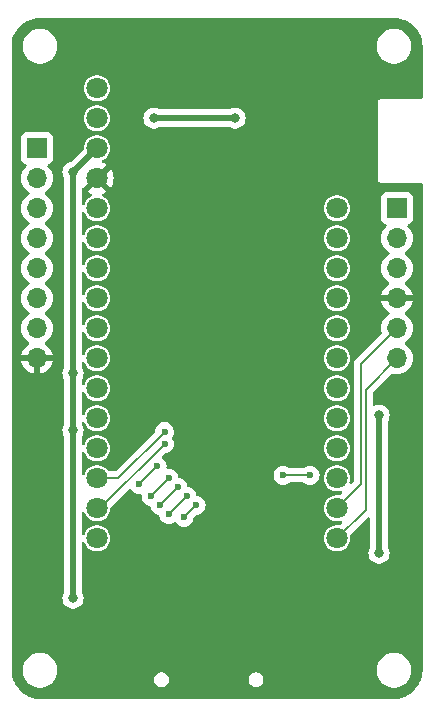
<source format=gbr>
%TF.GenerationSoftware,KiCad,Pcbnew,8.0.8*%
%TF.CreationDate,2025-02-11T14:17:18-06:00*%
%TF.ProjectId,IR Demo FeatherWing,49522044-656d-46f2-9046-656174686572,rev?*%
%TF.SameCoordinates,Original*%
%TF.FileFunction,Copper,L2,Bot*%
%TF.FilePolarity,Positive*%
%FSLAX46Y46*%
G04 Gerber Fmt 4.6, Leading zero omitted, Abs format (unit mm)*
G04 Created by KiCad (PCBNEW 8.0.8) date 2025-02-11 14:17:18*
%MOMM*%
%LPD*%
G01*
G04 APERTURE LIST*
%TA.AperFunction,ComponentPad*%
%ADD10R,1.700000X1.700000*%
%TD*%
%TA.AperFunction,ComponentPad*%
%ADD11O,1.700000X1.700000*%
%TD*%
%TA.AperFunction,ComponentPad*%
%ADD12C,1.800000*%
%TD*%
%TA.AperFunction,ViaPad*%
%ADD13C,0.800000*%
%TD*%
%TA.AperFunction,ViaPad*%
%ADD14C,0.600000*%
%TD*%
%TA.AperFunction,Conductor*%
%ADD15C,0.500000*%
%TD*%
%TA.AperFunction,Conductor*%
%ADD16C,0.200000*%
%TD*%
G04 APERTURE END LIST*
D10*
%TO.P,J2,1,Pin_1*%
%TO.N,/~{RESET}*%
X134874000Y-86106000D03*
D11*
%TO.P,J2,2,Pin_2*%
%TO.N,VCC*%
X134874000Y-88646000D03*
%TO.P,J2,3,Pin_3*%
%TO.N,/GPIO18*%
X134874000Y-91186000D03*
%TO.P,J2,4,Pin_4*%
%TO.N,/GPIO17*%
X134874000Y-93726000D03*
%TO.P,J2,5,Pin_5*%
%TO.N,/GPIO16*%
X134874000Y-96266000D03*
%TO.P,J2,6,Pin_6*%
%TO.N,/GPIO15*%
X134874000Y-98806000D03*
%TO.P,J2,7,Pin_7*%
%TO.N,/GPIO14*%
X134874000Y-101346000D03*
%TO.P,J2,8,Pin_8*%
%TO.N,GND*%
X134874000Y-103886000D03*
%TD*%
D10*
%TO.P,J1,1,Pin_1*%
%TO.N,/VBAT*%
X165354000Y-91186000D03*
D11*
%TO.P,J1,2,Pin_2*%
%TO.N,/EN*%
X165354000Y-93726000D03*
%TO.P,J1,3,Pin_3*%
%TO.N,/VBUS*%
X165354000Y-96266000D03*
%TO.P,J1,4,Pin_4*%
%TO.N,GND*%
X165354000Y-98806000D03*
%TO.P,J1,5,Pin_5*%
%TO.N,/SCL*%
X165354000Y-101346000D03*
%TO.P,J1,6,Pin_6*%
%TO.N,/SDA*%
X165354000Y-103886000D03*
%TD*%
D12*
%TO.P,A1,28,VBAT*%
%TO.N,/VBAT*%
X160274000Y-91186000D03*
%TO.P,A1,27,EN*%
%TO.N,/EN*%
X160274000Y-93726000D03*
%TO.P,A1,26,VBUS*%
%TO.N,/VBUS*%
X160274000Y-96266000D03*
%TO.P,A1,25,D13*%
%TO.N,/SPI_CD*%
X160274000Y-98806000D03*
%TO.P,A1,24,D12*%
%TO.N,/SD_DAT1*%
X160274000Y-101346000D03*
%TO.P,A1,23,D11*%
%TO.N,/SPI_CS*%
X160274000Y-103886000D03*
%TO.P,A1,22,D10*%
%TO.N,/SD_DAT2*%
X160274000Y-106426000D03*
%TO.P,A1,21,D9*%
%TO.N,/~{IR2_EN}*%
X160274000Y-108966000D03*
%TO.P,A1,20,D6*%
%TO.N,/IR2_RX*%
X160274000Y-111506000D03*
%TO.P,A1,19,D5*%
%TO.N,/IR2_TX*%
X160274000Y-114046000D03*
%TO.P,A1,18,SCL*%
%TO.N,/SCL*%
X160274000Y-116586000D03*
%TO.P,A1,17,SDA*%
%TO.N,/SDA*%
X160274000Y-119126000D03*
%TO.P,A1,16,TXD0*%
%TO.N,unconnected-(A1-TXD0-Pad16)*%
X139954000Y-119126000D03*
%TO.P,A1,15,TX*%
%TO.N,/IR1_TX*%
X139954000Y-116586000D03*
%TO.P,A1,14,RX*%
%TO.N,/IR1_RX*%
X139954000Y-114046000D03*
%TO.P,A1,13,MISO*%
%TO.N,/SPI_MISO*%
X139954000Y-111506000D03*
%TO.P,A1,12,MOSI*%
%TO.N,/SPI_MOSI*%
X139954000Y-108966000D03*
%TO.P,A1,11,SCK*%
%TO.N,/SPI_SCK*%
X139954000Y-106426000D03*
%TO.P,A1,10,A5*%
%TO.N,/~{IR1_EN}*%
X139954000Y-103886000D03*
%TO.P,A1,9,A4*%
%TO.N,/GPIO14*%
X139954000Y-101346000D03*
%TO.P,A1,8,A3*%
%TO.N,/GPIO15*%
X139954000Y-98806000D03*
%TO.P,A1,7,A2*%
%TO.N,/GPIO16*%
X139954000Y-96266000D03*
%TO.P,A1,6,A1*%
%TO.N,/GPIO17*%
X139954000Y-93726000D03*
%TO.P,A1,5,A0*%
%TO.N,/GPIO18*%
X139954000Y-91186000D03*
%TO.P,A1,4,GND*%
%TO.N,GND*%
X139954000Y-88646000D03*
%TO.P,A1,3,3V3*%
%TO.N,VCC*%
X139954000Y-86106000D03*
%TO.P,A1,2,3V3*%
X139954000Y-83566000D03*
%TO.P,A1,1,~{RESET}*%
%TO.N,/~{RESET}*%
X139954000Y-81026000D03*
%TD*%
D13*
%TO.N,VCC*%
X137922000Y-88138000D03*
D14*
%TO.N,/SD_DAT2*%
X155702000Y-113792000D03*
X157988000Y-113792000D03*
%TO.N,/IR1_TX*%
X145669000Y-111125000D03*
%TO.N,/IR1_RX*%
X145669000Y-110109000D03*
D13*
%TO.N,VCC*%
X137922000Y-124206000D03*
X151638000Y-83566000D03*
X144780000Y-83566000D03*
X163830000Y-108712000D03*
X137922000Y-105156000D03*
X137922000Y-109982000D03*
X163830000Y-120396000D03*
%TO.N,GND*%
X134344500Y-120396000D03*
X147574000Y-77470000D03*
X155194000Y-82042000D03*
X141224000Y-121412000D03*
X150114000Y-130048000D03*
X166370000Y-113538000D03*
X145034000Y-79756000D03*
X158750000Y-121898500D03*
D14*
%TO.N,/SPI_SCK*%
X147320000Y-117348000D03*
X148336000Y-116332000D03*
%TO.N,/~{IR1_EN}*%
X143510000Y-114554000D03*
X145034000Y-113030000D03*
%TO.N,/SPI_MISO*%
X146018000Y-117094000D03*
X147574000Y-115570000D03*
%TO.N,/SPI_CD*%
X144526000Y-115570000D03*
X146050000Y-114046000D03*
%TO.N,/SD_DAT1*%
X146812000Y-114808000D03*
X145288000Y-116332000D03*
%TD*%
D15*
%TO.N,VCC*%
X139954000Y-86106000D02*
X137922000Y-88138000D01*
X137922000Y-88138000D02*
X137922000Y-105156000D01*
D16*
%TO.N,/SDA*%
X165354000Y-103886000D02*
X162706000Y-106534000D01*
X162706000Y-106534000D02*
X162706000Y-116694000D01*
X162706000Y-116694000D02*
X160274000Y-119126000D01*
%TO.N,/SCL*%
X160274000Y-116586000D02*
X162306000Y-114554000D01*
X162306000Y-104394000D02*
X165354000Y-101346000D01*
X162306000Y-114554000D02*
X162306000Y-104394000D01*
%TO.N,/IR1_RX*%
X145669000Y-110109000D02*
X141732000Y-114046000D01*
%TO.N,/IR1_TX*%
X140208000Y-116586000D02*
X139954000Y-116586000D01*
X145669000Y-111125000D02*
X140208000Y-116586000D01*
%TO.N,/IR1_RX*%
X141732000Y-114046000D02*
X139954000Y-114046000D01*
%TO.N,/SD_DAT2*%
X155702000Y-113792000D02*
X157988000Y-113792000D01*
D15*
%TO.N,VCC*%
X137922000Y-105156000D02*
X137922000Y-109982000D01*
X137922000Y-109982000D02*
X137922000Y-124206000D01*
X151638000Y-83566000D02*
X144780000Y-83566000D01*
X163830000Y-120396000D02*
X163830000Y-108712000D01*
D16*
%TO.N,/SPI_SCK*%
X148336000Y-116332000D02*
X147320000Y-117348000D01*
%TO.N,/~{IR1_EN}*%
X143510000Y-114554000D02*
X145034000Y-113030000D01*
%TO.N,/SPI_MISO*%
X146050000Y-117094000D02*
X146018000Y-117094000D01*
X147574000Y-115570000D02*
X146050000Y-117094000D01*
%TO.N,/SPI_CD*%
X144526000Y-115570000D02*
X146050000Y-114046000D01*
%TO.N,/SD_DAT1*%
X145288000Y-116332000D02*
X146812000Y-114808000D01*
%TD*%
%TA.AperFunction,Conductor*%
%TO.N,GND*%
G36*
X139488075Y-88838993D02*
G01*
X139553901Y-88953007D01*
X139646993Y-89046099D01*
X139761007Y-89111925D01*
X139824590Y-89128962D01*
X139155201Y-89798351D01*
X139185649Y-89822050D01*
X139389697Y-89932476D01*
X139389706Y-89932479D01*
X139468081Y-89959386D01*
X139525096Y-89999771D01*
X139551227Y-90064571D01*
X139538176Y-90133211D01*
X139490087Y-90183899D01*
X139472615Y-90192292D01*
X139461373Y-90196647D01*
X139461357Y-90196655D01*
X139287960Y-90304017D01*
X139287958Y-90304019D01*
X139137237Y-90441418D01*
X139014327Y-90604178D01*
X138923422Y-90786739D01*
X138923418Y-90786749D01*
X138915766Y-90813645D01*
X138878486Y-90872738D01*
X138815176Y-90902295D01*
X138745936Y-90892931D01*
X138692751Y-90847621D01*
X138672504Y-90780749D01*
X138672500Y-90779709D01*
X138672500Y-89567644D01*
X138692185Y-89500605D01*
X138744989Y-89454850D01*
X138800737Y-89445708D01*
X139471037Y-88775408D01*
X139488075Y-88838993D01*
G37*
%TD.AperFunction*%
%TA.AperFunction,Conductor*%
G36*
X165103736Y-75057726D02*
G01*
X165383309Y-75074637D01*
X165398173Y-75076442D01*
X165669977Y-75126252D01*
X165684514Y-75129835D01*
X165948321Y-75212041D01*
X165962313Y-75217346D01*
X166061302Y-75261898D01*
X166214305Y-75330759D01*
X166227564Y-75337718D01*
X166345800Y-75409194D01*
X166464043Y-75480674D01*
X166476360Y-75489177D01*
X166693881Y-75659595D01*
X166705089Y-75669524D01*
X166900475Y-75864910D01*
X166910404Y-75876118D01*
X167080822Y-76093639D01*
X167089329Y-76105962D01*
X167232281Y-76342435D01*
X167239240Y-76355694D01*
X167352651Y-76607682D01*
X167357960Y-76621683D01*
X167440163Y-76885484D01*
X167443747Y-76900022D01*
X167493557Y-77171826D01*
X167495362Y-77186691D01*
X167512274Y-77466263D01*
X167512500Y-77473750D01*
X167512500Y-81790500D01*
X167492815Y-81857539D01*
X167440011Y-81903294D01*
X167388500Y-81914500D01*
X164134225Y-81914500D01*
X164033775Y-81914500D01*
X163961003Y-81933999D01*
X163936745Y-81940499D01*
X163849754Y-81990723D01*
X163849751Y-81990725D01*
X163778725Y-82061751D01*
X163778723Y-82061754D01*
X163728499Y-82148745D01*
X163728499Y-82148746D01*
X163702500Y-82245775D01*
X163702500Y-88595775D01*
X163702500Y-88696225D01*
X163728499Y-88793254D01*
X163778724Y-88880247D01*
X163849753Y-88951276D01*
X163936746Y-89001501D01*
X164033775Y-89027500D01*
X167388500Y-89027500D01*
X167455539Y-89047185D01*
X167501294Y-89099989D01*
X167512500Y-89151500D01*
X167512500Y-130298249D01*
X167512274Y-130305736D01*
X167495362Y-130585308D01*
X167493557Y-130600173D01*
X167443747Y-130871977D01*
X167440163Y-130886515D01*
X167357960Y-131150316D01*
X167352651Y-131164317D01*
X167239240Y-131416305D01*
X167232281Y-131429564D01*
X167089329Y-131666037D01*
X167080822Y-131678360D01*
X166910404Y-131895881D01*
X166900475Y-131907089D01*
X166705089Y-132102475D01*
X166693881Y-132112404D01*
X166476360Y-132282822D01*
X166464037Y-132291329D01*
X166227564Y-132434281D01*
X166214305Y-132441240D01*
X165962317Y-132554651D01*
X165948316Y-132559960D01*
X165684515Y-132642163D01*
X165669977Y-132645747D01*
X165398173Y-132695557D01*
X165383308Y-132697362D01*
X165103736Y-132714274D01*
X165096249Y-132714500D01*
X135131751Y-132714500D01*
X135124264Y-132714274D01*
X134844691Y-132697362D01*
X134829826Y-132695557D01*
X134558022Y-132645747D01*
X134543484Y-132642163D01*
X134279683Y-132559960D01*
X134265682Y-132554651D01*
X134013694Y-132441240D01*
X134000435Y-132434281D01*
X133763962Y-132291329D01*
X133751639Y-132282822D01*
X133534118Y-132112404D01*
X133522910Y-132102475D01*
X133327524Y-131907089D01*
X133317595Y-131895881D01*
X133147177Y-131678360D01*
X133138674Y-131666043D01*
X133038304Y-131500011D01*
X132995718Y-131429564D01*
X132988759Y-131416305D01*
X132875348Y-131164317D01*
X132870039Y-131150316D01*
X132846999Y-131076379D01*
X132787835Y-130886514D01*
X132784252Y-130871977D01*
X132771569Y-130802767D01*
X132734441Y-130600171D01*
X132732637Y-130585308D01*
X132730133Y-130543920D01*
X132715726Y-130305736D01*
X132715500Y-130298249D01*
X132715500Y-130185718D01*
X133650500Y-130185718D01*
X133650500Y-130418281D01*
X133686881Y-130647983D01*
X133686881Y-130647986D01*
X133758745Y-130869160D01*
X133844872Y-131038194D01*
X133864328Y-131076379D01*
X134001026Y-131264527D01*
X134165473Y-131428974D01*
X134353621Y-131565672D01*
X134396281Y-131587408D01*
X134560839Y-131671254D01*
X134782014Y-131743118D01*
X134782015Y-131743118D01*
X134782018Y-131743119D01*
X135011718Y-131779500D01*
X135011719Y-131779500D01*
X135244281Y-131779500D01*
X135244282Y-131779500D01*
X135473982Y-131743119D01*
X135473985Y-131743118D01*
X135473986Y-131743118D01*
X135695160Y-131671254D01*
X135695160Y-131671253D01*
X135695163Y-131671253D01*
X135902379Y-131565672D01*
X136090527Y-131428974D01*
X136254974Y-131264527D01*
X136329606Y-131161805D01*
X144790499Y-131161805D01*
X144814613Y-131283029D01*
X144814616Y-131283039D01*
X144861913Y-131397226D01*
X144861920Y-131397239D01*
X144930588Y-131500007D01*
X144930591Y-131500011D01*
X145017988Y-131587408D01*
X145017992Y-131587411D01*
X145120760Y-131656079D01*
X145120773Y-131656086D01*
X145234960Y-131703383D01*
X145234965Y-131703385D01*
X145234969Y-131703385D01*
X145234970Y-131703386D01*
X145356194Y-131727500D01*
X145356197Y-131727500D01*
X145479805Y-131727500D01*
X145561361Y-131711276D01*
X145601035Y-131703385D01*
X145715233Y-131656083D01*
X145818008Y-131587411D01*
X145905411Y-131500008D01*
X145974083Y-131397233D01*
X146021385Y-131283035D01*
X146045500Y-131161805D01*
X152790499Y-131161805D01*
X152814613Y-131283029D01*
X152814616Y-131283039D01*
X152861913Y-131397226D01*
X152861920Y-131397239D01*
X152930588Y-131500007D01*
X152930591Y-131500011D01*
X153017988Y-131587408D01*
X153017992Y-131587411D01*
X153120760Y-131656079D01*
X153120773Y-131656086D01*
X153234960Y-131703383D01*
X153234965Y-131703385D01*
X153234969Y-131703385D01*
X153234970Y-131703386D01*
X153356194Y-131727500D01*
X153356197Y-131727500D01*
X153479805Y-131727500D01*
X153561361Y-131711276D01*
X153601035Y-131703385D01*
X153715233Y-131656083D01*
X153818008Y-131587411D01*
X153905411Y-131500008D01*
X153974083Y-131397233D01*
X154021385Y-131283035D01*
X154045500Y-131161803D01*
X154045500Y-131038197D01*
X154045500Y-131038194D01*
X154021386Y-130916970D01*
X154021385Y-130916969D01*
X154021385Y-130916965D01*
X154001584Y-130869160D01*
X153974086Y-130802773D01*
X153974079Y-130802760D01*
X153905411Y-130699992D01*
X153905408Y-130699988D01*
X153818011Y-130612591D01*
X153818007Y-130612588D01*
X153715239Y-130543920D01*
X153715226Y-130543913D01*
X153601039Y-130496616D01*
X153601029Y-130496613D01*
X153479805Y-130472500D01*
X153479803Y-130472500D01*
X153356197Y-130472500D01*
X153356195Y-130472500D01*
X153234970Y-130496613D01*
X153234960Y-130496616D01*
X153120773Y-130543913D01*
X153120760Y-130543920D01*
X153017992Y-130612588D01*
X153017988Y-130612591D01*
X152930591Y-130699988D01*
X152930588Y-130699992D01*
X152861920Y-130802760D01*
X152861913Y-130802773D01*
X152814616Y-130916960D01*
X152814613Y-130916970D01*
X152790500Y-131038194D01*
X152790500Y-131038197D01*
X152790500Y-131161803D01*
X152790500Y-131161805D01*
X152790499Y-131161805D01*
X146045500Y-131161805D01*
X146045500Y-131161803D01*
X146045500Y-131038197D01*
X146045500Y-131038194D01*
X146021386Y-130916970D01*
X146021385Y-130916969D01*
X146021385Y-130916965D01*
X146001584Y-130869160D01*
X145974086Y-130802773D01*
X145974079Y-130802760D01*
X145905411Y-130699992D01*
X145905408Y-130699988D01*
X145818011Y-130612591D01*
X145818007Y-130612588D01*
X145715239Y-130543920D01*
X145715226Y-130543913D01*
X145601039Y-130496616D01*
X145601029Y-130496613D01*
X145479805Y-130472500D01*
X145479803Y-130472500D01*
X145356197Y-130472500D01*
X145356195Y-130472500D01*
X145234970Y-130496613D01*
X145234960Y-130496616D01*
X145120773Y-130543913D01*
X145120760Y-130543920D01*
X145017992Y-130612588D01*
X145017988Y-130612591D01*
X144930591Y-130699988D01*
X144930588Y-130699992D01*
X144861920Y-130802760D01*
X144861913Y-130802773D01*
X144814616Y-130916960D01*
X144814613Y-130916970D01*
X144790500Y-131038194D01*
X144790500Y-131038197D01*
X144790500Y-131161803D01*
X144790500Y-131161805D01*
X144790499Y-131161805D01*
X136329606Y-131161805D01*
X136391672Y-131076379D01*
X136497253Y-130869163D01*
X136497254Y-130869160D01*
X136569118Y-130647986D01*
X136569118Y-130647985D01*
X136569119Y-130647982D01*
X136605500Y-130418282D01*
X136605500Y-130185718D01*
X163622500Y-130185718D01*
X163622500Y-130418281D01*
X163658881Y-130647983D01*
X163658881Y-130647986D01*
X163730745Y-130869160D01*
X163816872Y-131038194D01*
X163836328Y-131076379D01*
X163973026Y-131264527D01*
X164137473Y-131428974D01*
X164325621Y-131565672D01*
X164368281Y-131587408D01*
X164532839Y-131671254D01*
X164754014Y-131743118D01*
X164754015Y-131743118D01*
X164754018Y-131743119D01*
X164983718Y-131779500D01*
X164983719Y-131779500D01*
X165216281Y-131779500D01*
X165216282Y-131779500D01*
X165445982Y-131743119D01*
X165445985Y-131743118D01*
X165445986Y-131743118D01*
X165667160Y-131671254D01*
X165667160Y-131671253D01*
X165667163Y-131671253D01*
X165874379Y-131565672D01*
X166062527Y-131428974D01*
X166226974Y-131264527D01*
X166363672Y-131076379D01*
X166469253Y-130869163D01*
X166469254Y-130869160D01*
X166541118Y-130647986D01*
X166541118Y-130647985D01*
X166541119Y-130647982D01*
X166577500Y-130418282D01*
X166577500Y-130185718D01*
X166541119Y-129956018D01*
X166541118Y-129956014D01*
X166541118Y-129956013D01*
X166469254Y-129734839D01*
X166363671Y-129527620D01*
X166226974Y-129339473D01*
X166062527Y-129175026D01*
X165874379Y-129038328D01*
X165667160Y-128932745D01*
X165445985Y-128860881D01*
X165273707Y-128833595D01*
X165216282Y-128824500D01*
X164983718Y-128824500D01*
X164907151Y-128836627D01*
X164754016Y-128860881D01*
X164754013Y-128860881D01*
X164532839Y-128932745D01*
X164325620Y-129038328D01*
X164218275Y-129116319D01*
X164137473Y-129175026D01*
X164137471Y-129175028D01*
X164137470Y-129175028D01*
X163973028Y-129339470D01*
X163973028Y-129339471D01*
X163973026Y-129339473D01*
X163914319Y-129420275D01*
X163836328Y-129527620D01*
X163730745Y-129734839D01*
X163658881Y-129956013D01*
X163658881Y-129956016D01*
X163622500Y-130185718D01*
X136605500Y-130185718D01*
X136569119Y-129956018D01*
X136569118Y-129956014D01*
X136569118Y-129956013D01*
X136497254Y-129734839D01*
X136391671Y-129527620D01*
X136254974Y-129339473D01*
X136090527Y-129175026D01*
X135902379Y-129038328D01*
X135695160Y-128932745D01*
X135473985Y-128860881D01*
X135301707Y-128833595D01*
X135244282Y-128824500D01*
X135011718Y-128824500D01*
X134935151Y-128836627D01*
X134782016Y-128860881D01*
X134782013Y-128860881D01*
X134560839Y-128932745D01*
X134353620Y-129038328D01*
X134246275Y-129116319D01*
X134165473Y-129175026D01*
X134165471Y-129175028D01*
X134165470Y-129175028D01*
X134001028Y-129339470D01*
X134001028Y-129339471D01*
X134001026Y-129339473D01*
X133942319Y-129420275D01*
X133864328Y-129527620D01*
X133758745Y-129734839D01*
X133686881Y-129956013D01*
X133686881Y-129956016D01*
X133650500Y-130185718D01*
X132715500Y-130185718D01*
X132715500Y-88645999D01*
X133518341Y-88645999D01*
X133518341Y-88646000D01*
X133538936Y-88881403D01*
X133538938Y-88881413D01*
X133600094Y-89109655D01*
X133600096Y-89109659D01*
X133600097Y-89109663D01*
X133619606Y-89151500D01*
X133699965Y-89323830D01*
X133699967Y-89323834D01*
X133835501Y-89517395D01*
X133835506Y-89517402D01*
X134002597Y-89684493D01*
X134002603Y-89684498D01*
X134188158Y-89814425D01*
X134231783Y-89869002D01*
X134238977Y-89938500D01*
X134207454Y-90000855D01*
X134188158Y-90017575D01*
X134002597Y-90147505D01*
X133835505Y-90314597D01*
X133699965Y-90508169D01*
X133699964Y-90508171D01*
X133600098Y-90722335D01*
X133600094Y-90722344D01*
X133538938Y-90950586D01*
X133538936Y-90950596D01*
X133518341Y-91185999D01*
X133518341Y-91186000D01*
X133538936Y-91421403D01*
X133538938Y-91421413D01*
X133600094Y-91649655D01*
X133600096Y-91649659D01*
X133600097Y-91649663D01*
X133655195Y-91767821D01*
X133699965Y-91863830D01*
X133699967Y-91863834D01*
X133835501Y-92057395D01*
X133835506Y-92057402D01*
X134002597Y-92224493D01*
X134002603Y-92224498D01*
X134188158Y-92354425D01*
X134231783Y-92409002D01*
X134238977Y-92478500D01*
X134207454Y-92540855D01*
X134188158Y-92557575D01*
X134002597Y-92687505D01*
X133835505Y-92854597D01*
X133699965Y-93048169D01*
X133699964Y-93048171D01*
X133600098Y-93262335D01*
X133600094Y-93262344D01*
X133538938Y-93490586D01*
X133538936Y-93490596D01*
X133518341Y-93725999D01*
X133518341Y-93726000D01*
X133538936Y-93961403D01*
X133538938Y-93961413D01*
X133600094Y-94189655D01*
X133600096Y-94189659D01*
X133600097Y-94189663D01*
X133655195Y-94307821D01*
X133699965Y-94403830D01*
X133699967Y-94403834D01*
X133835501Y-94597395D01*
X133835506Y-94597402D01*
X134002597Y-94764493D01*
X134002603Y-94764498D01*
X134188158Y-94894425D01*
X134231783Y-94949002D01*
X134238977Y-95018500D01*
X134207454Y-95080855D01*
X134188158Y-95097575D01*
X134002597Y-95227505D01*
X133835505Y-95394597D01*
X133699965Y-95588169D01*
X133699964Y-95588171D01*
X133600098Y-95802335D01*
X133600094Y-95802344D01*
X133538938Y-96030586D01*
X133538936Y-96030596D01*
X133518341Y-96265999D01*
X133518341Y-96266000D01*
X133538936Y-96501403D01*
X133538938Y-96501413D01*
X133600094Y-96729655D01*
X133600096Y-96729659D01*
X133600097Y-96729663D01*
X133655195Y-96847821D01*
X133699965Y-96943830D01*
X133699967Y-96943834D01*
X133835501Y-97137395D01*
X133835506Y-97137402D01*
X134002597Y-97304493D01*
X134002603Y-97304498D01*
X134188158Y-97434425D01*
X134231783Y-97489002D01*
X134238977Y-97558500D01*
X134207454Y-97620855D01*
X134188158Y-97637575D01*
X134002597Y-97767505D01*
X133835505Y-97934597D01*
X133699965Y-98128169D01*
X133699964Y-98128171D01*
X133600098Y-98342335D01*
X133600094Y-98342344D01*
X133538938Y-98570586D01*
X133538936Y-98570596D01*
X133518341Y-98805999D01*
X133518341Y-98806000D01*
X133538936Y-99041403D01*
X133538938Y-99041413D01*
X133600094Y-99269655D01*
X133600096Y-99269659D01*
X133600097Y-99269663D01*
X133655195Y-99387821D01*
X133699965Y-99483830D01*
X133699967Y-99483834D01*
X133835501Y-99677395D01*
X133835506Y-99677402D01*
X134002597Y-99844493D01*
X134002603Y-99844498D01*
X134188158Y-99974425D01*
X134231783Y-100029002D01*
X134238977Y-100098500D01*
X134207454Y-100160855D01*
X134188158Y-100177575D01*
X134002597Y-100307505D01*
X133835505Y-100474597D01*
X133699965Y-100668169D01*
X133699964Y-100668171D01*
X133600098Y-100882335D01*
X133600094Y-100882344D01*
X133538938Y-101110586D01*
X133538936Y-101110596D01*
X133518341Y-101345999D01*
X133518341Y-101346000D01*
X133538936Y-101581403D01*
X133538938Y-101581413D01*
X133600094Y-101809655D01*
X133600096Y-101809659D01*
X133600097Y-101809663D01*
X133655195Y-101927821D01*
X133699965Y-102023830D01*
X133699967Y-102023834D01*
X133835501Y-102217395D01*
X133835506Y-102217402D01*
X134002597Y-102384493D01*
X134002603Y-102384498D01*
X134188594Y-102514730D01*
X134232219Y-102569307D01*
X134239413Y-102638805D01*
X134207890Y-102701160D01*
X134188595Y-102717880D01*
X134002922Y-102847890D01*
X134002920Y-102847891D01*
X133835891Y-103014920D01*
X133835886Y-103014926D01*
X133700400Y-103208420D01*
X133700399Y-103208422D01*
X133600570Y-103422507D01*
X133600567Y-103422513D01*
X133543364Y-103635999D01*
X133543364Y-103636000D01*
X134440988Y-103636000D01*
X134408075Y-103693007D01*
X134374000Y-103820174D01*
X134374000Y-103951826D01*
X134408075Y-104078993D01*
X134440988Y-104136000D01*
X133543364Y-104136000D01*
X133600567Y-104349486D01*
X133600570Y-104349492D01*
X133700399Y-104563578D01*
X133835894Y-104757082D01*
X134002917Y-104924105D01*
X134196421Y-105059600D01*
X134410507Y-105159429D01*
X134410516Y-105159433D01*
X134624000Y-105216634D01*
X134624000Y-104319012D01*
X134681007Y-104351925D01*
X134808174Y-104386000D01*
X134939826Y-104386000D01*
X135066993Y-104351925D01*
X135124000Y-104319012D01*
X135124000Y-105216633D01*
X135337483Y-105159433D01*
X135337492Y-105159429D01*
X135551578Y-105059600D01*
X135745082Y-104924105D01*
X135912105Y-104757082D01*
X136047600Y-104563578D01*
X136147429Y-104349492D01*
X136147432Y-104349486D01*
X136204636Y-104136000D01*
X135307012Y-104136000D01*
X135339925Y-104078993D01*
X135374000Y-103951826D01*
X135374000Y-103820174D01*
X135339925Y-103693007D01*
X135307012Y-103636000D01*
X136204636Y-103636000D01*
X136204635Y-103635999D01*
X136147432Y-103422513D01*
X136147429Y-103422507D01*
X136047600Y-103208422D01*
X136047599Y-103208420D01*
X135912113Y-103014926D01*
X135912108Y-103014920D01*
X135745078Y-102847890D01*
X135559405Y-102717879D01*
X135515780Y-102663302D01*
X135508588Y-102593804D01*
X135540110Y-102531449D01*
X135559406Y-102514730D01*
X135559842Y-102514425D01*
X135745401Y-102384495D01*
X135912495Y-102217401D01*
X136048035Y-102023830D01*
X136147903Y-101809663D01*
X136209063Y-101581408D01*
X136229659Y-101346000D01*
X136209063Y-101110592D01*
X136147903Y-100882337D01*
X136048035Y-100668171D01*
X136001297Y-100601421D01*
X135912494Y-100474597D01*
X135745402Y-100307506D01*
X135745396Y-100307501D01*
X135559842Y-100177575D01*
X135516217Y-100122998D01*
X135509023Y-100053500D01*
X135540546Y-99991145D01*
X135559842Y-99974425D01*
X135582026Y-99958891D01*
X135745401Y-99844495D01*
X135912495Y-99677401D01*
X136048035Y-99483830D01*
X136147903Y-99269663D01*
X136209063Y-99041408D01*
X136229659Y-98806000D01*
X136209063Y-98570592D01*
X136147903Y-98342337D01*
X136048035Y-98128171D01*
X136001297Y-98061421D01*
X135912494Y-97934597D01*
X135745402Y-97767506D01*
X135745396Y-97767501D01*
X135559842Y-97637575D01*
X135516217Y-97582998D01*
X135509023Y-97513500D01*
X135540546Y-97451145D01*
X135559842Y-97434425D01*
X135582026Y-97418891D01*
X135745401Y-97304495D01*
X135912495Y-97137401D01*
X136048035Y-96943830D01*
X136147903Y-96729663D01*
X136209063Y-96501408D01*
X136229659Y-96266000D01*
X136209063Y-96030592D01*
X136147903Y-95802337D01*
X136048035Y-95588171D01*
X136001297Y-95521421D01*
X135912494Y-95394597D01*
X135745402Y-95227506D01*
X135745396Y-95227501D01*
X135559842Y-95097575D01*
X135516217Y-95042998D01*
X135509023Y-94973500D01*
X135540546Y-94911145D01*
X135559842Y-94894425D01*
X135582026Y-94878891D01*
X135745401Y-94764495D01*
X135912495Y-94597401D01*
X136048035Y-94403830D01*
X136147903Y-94189663D01*
X136209063Y-93961408D01*
X136229659Y-93726000D01*
X136209063Y-93490592D01*
X136147903Y-93262337D01*
X136048035Y-93048171D01*
X136001297Y-92981421D01*
X135912494Y-92854597D01*
X135745402Y-92687506D01*
X135745396Y-92687501D01*
X135559842Y-92557575D01*
X135516217Y-92502998D01*
X135509023Y-92433500D01*
X135540546Y-92371145D01*
X135559842Y-92354425D01*
X135582026Y-92338891D01*
X135745401Y-92224495D01*
X135912495Y-92057401D01*
X136048035Y-91863830D01*
X136147903Y-91649663D01*
X136209063Y-91421408D01*
X136229659Y-91186000D01*
X136209063Y-90950592D01*
X136147903Y-90722337D01*
X136048035Y-90508171D01*
X136001297Y-90441421D01*
X135912494Y-90314597D01*
X135745402Y-90147506D01*
X135745396Y-90147501D01*
X135559842Y-90017575D01*
X135516217Y-89962998D01*
X135509023Y-89893500D01*
X135540546Y-89831145D01*
X135559842Y-89814425D01*
X135582799Y-89798350D01*
X135745401Y-89684495D01*
X135912495Y-89517401D01*
X136048035Y-89323830D01*
X136147903Y-89109663D01*
X136209063Y-88881408D01*
X136229659Y-88646000D01*
X136229658Y-88645994D01*
X136217435Y-88506284D01*
X136209063Y-88410592D01*
X136147903Y-88182337D01*
X136127228Y-88138000D01*
X137016540Y-88138000D01*
X137036326Y-88326256D01*
X137036327Y-88326259D01*
X137094818Y-88506277D01*
X137094821Y-88506284D01*
X137137481Y-88580174D01*
X137154887Y-88610321D01*
X137171500Y-88672321D01*
X137171500Y-104621677D01*
X137154887Y-104683677D01*
X137094821Y-104787714D01*
X137036327Y-104967740D01*
X137036326Y-104967744D01*
X137016540Y-105156000D01*
X137036326Y-105344256D01*
X137036327Y-105344259D01*
X137094818Y-105524277D01*
X137094821Y-105524284D01*
X137154887Y-105628321D01*
X137171500Y-105690321D01*
X137171500Y-109447677D01*
X137154887Y-109509677D01*
X137094821Y-109613714D01*
X137036327Y-109793740D01*
X137036326Y-109793744D01*
X137016540Y-109982000D01*
X137036326Y-110170256D01*
X137036327Y-110170259D01*
X137094818Y-110350277D01*
X137094821Y-110350284D01*
X137148337Y-110442977D01*
X137154887Y-110454321D01*
X137171500Y-110516321D01*
X137171500Y-123671677D01*
X137154887Y-123733677D01*
X137094821Y-123837714D01*
X137036327Y-124017740D01*
X137036326Y-124017744D01*
X137016540Y-124206000D01*
X137036326Y-124394256D01*
X137036327Y-124394259D01*
X137094818Y-124574277D01*
X137094821Y-124574284D01*
X137189467Y-124738216D01*
X137316129Y-124878888D01*
X137469265Y-124990148D01*
X137469270Y-124990151D01*
X137642192Y-125067142D01*
X137642197Y-125067144D01*
X137827354Y-125106500D01*
X137827355Y-125106500D01*
X138016644Y-125106500D01*
X138016646Y-125106500D01*
X138201803Y-125067144D01*
X138374730Y-124990151D01*
X138527871Y-124878888D01*
X138654533Y-124738216D01*
X138749179Y-124574284D01*
X138807674Y-124394256D01*
X138827460Y-124206000D01*
X138807674Y-124017744D01*
X138749179Y-123837716D01*
X138689113Y-123733677D01*
X138672500Y-123671677D01*
X138672500Y-119532290D01*
X138692185Y-119465251D01*
X138744989Y-119419496D01*
X138814147Y-119409552D01*
X138877703Y-119438577D01*
X138915477Y-119497355D01*
X138915766Y-119498355D01*
X138923417Y-119525247D01*
X138923422Y-119525260D01*
X139014327Y-119707821D01*
X139137237Y-119870581D01*
X139287958Y-120007980D01*
X139287960Y-120007982D01*
X139319829Y-120027714D01*
X139461363Y-120115348D01*
X139651544Y-120189024D01*
X139852024Y-120226500D01*
X139852026Y-120226500D01*
X140055974Y-120226500D01*
X140055976Y-120226500D01*
X140256456Y-120189024D01*
X140446637Y-120115348D01*
X140620041Y-120007981D01*
X140770764Y-119870579D01*
X140893673Y-119707821D01*
X140984582Y-119525250D01*
X141040397Y-119329083D01*
X141059215Y-119126000D01*
X141040397Y-118922917D01*
X140984582Y-118726750D01*
X140893673Y-118544179D01*
X140770764Y-118381421D01*
X140770762Y-118381418D01*
X140620041Y-118244019D01*
X140620039Y-118244017D01*
X140446642Y-118136655D01*
X140446635Y-118136651D01*
X140351546Y-118099814D01*
X140256456Y-118062976D01*
X140055976Y-118025500D01*
X139852024Y-118025500D01*
X139651544Y-118062976D01*
X139651541Y-118062976D01*
X139651541Y-118062977D01*
X139461364Y-118136651D01*
X139461357Y-118136655D01*
X139287960Y-118244017D01*
X139287958Y-118244019D01*
X139137237Y-118381418D01*
X139014327Y-118544178D01*
X138923422Y-118726739D01*
X138923418Y-118726749D01*
X138915766Y-118753645D01*
X138878486Y-118812738D01*
X138815176Y-118842295D01*
X138745936Y-118832931D01*
X138692751Y-118787621D01*
X138672504Y-118720749D01*
X138672500Y-118719709D01*
X138672500Y-116992290D01*
X138692185Y-116925251D01*
X138744989Y-116879496D01*
X138814147Y-116869552D01*
X138877703Y-116898577D01*
X138915477Y-116957355D01*
X138915741Y-116958270D01*
X138921288Y-116977767D01*
X138923417Y-116985247D01*
X138923422Y-116985260D01*
X139014327Y-117167821D01*
X139137237Y-117330581D01*
X139261129Y-117443522D01*
X139279478Y-117460250D01*
X139287958Y-117467980D01*
X139287960Y-117467982D01*
X139383690Y-117527255D01*
X139461363Y-117575348D01*
X139651544Y-117649024D01*
X139852024Y-117686500D01*
X139852026Y-117686500D01*
X140055974Y-117686500D01*
X140055976Y-117686500D01*
X140256456Y-117649024D01*
X140446637Y-117575348D01*
X140620041Y-117467981D01*
X140770764Y-117330579D01*
X140893673Y-117167821D01*
X140984582Y-116985250D01*
X141040397Y-116789083D01*
X141055286Y-116628395D01*
X141081072Y-116563460D01*
X141091068Y-116552165D01*
X142657093Y-114986140D01*
X142718414Y-114952657D01*
X142788106Y-114957641D01*
X142844039Y-114999513D01*
X142849766Y-115007852D01*
X142880181Y-115056259D01*
X142880184Y-115056262D01*
X143007738Y-115183816D01*
X143160478Y-115279789D01*
X143166677Y-115281958D01*
X143330745Y-115339368D01*
X143330750Y-115339369D01*
X143509996Y-115359565D01*
X143510000Y-115359565D01*
X143510004Y-115359565D01*
X143592642Y-115350254D01*
X143661463Y-115362308D01*
X143712843Y-115409658D01*
X143730467Y-115477268D01*
X143729745Y-115487356D01*
X143720435Y-115569994D01*
X143720435Y-115570003D01*
X143740630Y-115749249D01*
X143740631Y-115749254D01*
X143800211Y-115919523D01*
X143896184Y-116072262D01*
X144023738Y-116199816D01*
X144045747Y-116213645D01*
X144171929Y-116292931D01*
X144176478Y-116295789D01*
X144279952Y-116331996D01*
X144346745Y-116355368D01*
X144346749Y-116355369D01*
X144388580Y-116360082D01*
X144452994Y-116387148D01*
X144492549Y-116444743D01*
X144497917Y-116469417D01*
X144502630Y-116511249D01*
X144562210Y-116681521D01*
X144629794Y-116789080D01*
X144658184Y-116834262D01*
X144785738Y-116961816D01*
X144938478Y-117057789D01*
X145108745Y-117117368D01*
X145118167Y-117118429D01*
X145182580Y-117145494D01*
X145222137Y-117203088D01*
X145227506Y-117227766D01*
X145232630Y-117273250D01*
X145232631Y-117273254D01*
X145292211Y-117443523D01*
X145307580Y-117467982D01*
X145388184Y-117596262D01*
X145515738Y-117723816D01*
X145668478Y-117819789D01*
X145674677Y-117821958D01*
X145838745Y-117879368D01*
X145838750Y-117879369D01*
X146017996Y-117899565D01*
X146018000Y-117899565D01*
X146018004Y-117899565D01*
X146197249Y-117879369D01*
X146197252Y-117879368D01*
X146197255Y-117879368D01*
X146367522Y-117819789D01*
X146480129Y-117749032D01*
X146547366Y-117730032D01*
X146614201Y-117750399D01*
X146651096Y-117788054D01*
X146672399Y-117821958D01*
X146690184Y-117850262D01*
X146817738Y-117977816D01*
X146970478Y-118073789D01*
X147140745Y-118133368D01*
X147140750Y-118133369D01*
X147319996Y-118153565D01*
X147320000Y-118153565D01*
X147320004Y-118153565D01*
X147499249Y-118133369D01*
X147499252Y-118133368D01*
X147499255Y-118133368D01*
X147669522Y-118073789D01*
X147822262Y-117977816D01*
X147949816Y-117850262D01*
X148045789Y-117697522D01*
X148105368Y-117527255D01*
X148115161Y-117440329D01*
X148142226Y-117375918D01*
X148150690Y-117366543D01*
X148354535Y-117162698D01*
X148415856Y-117129215D01*
X148428311Y-117127163D01*
X148515255Y-117117368D01*
X148685522Y-117057789D01*
X148838262Y-116961816D01*
X148965816Y-116834262D01*
X149061789Y-116681522D01*
X149121368Y-116511255D01*
X149121369Y-116511249D01*
X149141565Y-116332003D01*
X149141565Y-116331996D01*
X149121369Y-116152750D01*
X149121368Y-116152745D01*
X149093206Y-116072262D01*
X149061789Y-115982478D01*
X148965816Y-115829738D01*
X148838262Y-115702184D01*
X148685521Y-115606210D01*
X148515249Y-115546630D01*
X148473417Y-115541917D01*
X148409004Y-115514850D01*
X148369449Y-115457255D01*
X148364082Y-115432580D01*
X148359369Y-115390749D01*
X148359368Y-115390745D01*
X148333659Y-115317274D01*
X148299789Y-115220478D01*
X148203816Y-115067738D01*
X148076262Y-114940184D01*
X148056841Y-114927981D01*
X147923521Y-114844210D01*
X147770256Y-114790581D01*
X147753255Y-114784632D01*
X147753254Y-114784631D01*
X147753249Y-114784630D01*
X147711417Y-114779917D01*
X147647004Y-114752850D01*
X147607449Y-114695255D01*
X147602082Y-114670580D01*
X147597369Y-114628749D01*
X147597368Y-114628745D01*
X147537788Y-114458476D01*
X147464339Y-114341583D01*
X147441816Y-114305738D01*
X147314262Y-114178184D01*
X147161521Y-114082210D01*
X146991249Y-114022630D01*
X146949417Y-114017917D01*
X146885004Y-113990850D01*
X146845449Y-113933255D01*
X146840082Y-113908580D01*
X146835369Y-113866749D01*
X146835368Y-113866745D01*
X146809215Y-113792003D01*
X146809213Y-113791996D01*
X154896435Y-113791996D01*
X154896435Y-113792003D01*
X154916630Y-113971249D01*
X154916631Y-113971254D01*
X154976211Y-114141523D01*
X154999247Y-114178184D01*
X155072184Y-114294262D01*
X155199738Y-114421816D01*
X155352478Y-114517789D01*
X155522745Y-114577368D01*
X155522750Y-114577369D01*
X155701996Y-114597565D01*
X155702000Y-114597565D01*
X155702004Y-114597565D01*
X155881249Y-114577369D01*
X155881252Y-114577368D01*
X155881255Y-114577368D01*
X156051522Y-114517789D01*
X156204262Y-114421816D01*
X156204267Y-114421810D01*
X156207097Y-114419555D01*
X156209275Y-114418665D01*
X156210158Y-114418111D01*
X156210255Y-114418265D01*
X156271783Y-114393145D01*
X156284412Y-114392500D01*
X157405588Y-114392500D01*
X157472627Y-114412185D01*
X157482903Y-114419555D01*
X157485736Y-114421814D01*
X157485738Y-114421816D01*
X157638478Y-114517789D01*
X157808745Y-114577368D01*
X157808750Y-114577369D01*
X157987996Y-114597565D01*
X157988000Y-114597565D01*
X157988004Y-114597565D01*
X158167249Y-114577369D01*
X158167252Y-114577368D01*
X158167255Y-114577368D01*
X158337522Y-114517789D01*
X158490262Y-114421816D01*
X158617816Y-114294262D01*
X158713789Y-114141522D01*
X158747214Y-114045999D01*
X159168785Y-114045999D01*
X159168785Y-114046000D01*
X159187602Y-114249082D01*
X159243417Y-114445247D01*
X159243422Y-114445260D01*
X159334327Y-114627821D01*
X159457237Y-114790581D01*
X159607958Y-114927980D01*
X159607960Y-114927982D01*
X159701892Y-114986142D01*
X159781363Y-115035348D01*
X159971544Y-115109024D01*
X160172024Y-115146500D01*
X160172026Y-115146500D01*
X160375974Y-115146500D01*
X160375976Y-115146500D01*
X160576456Y-115109024D01*
X160576459Y-115109022D01*
X160582091Y-115107970D01*
X160582551Y-115110435D01*
X160641644Y-115110884D01*
X160700134Y-115149103D01*
X160728676Y-115212877D01*
X160718209Y-115281958D01*
X160693489Y-115317274D01*
X160547970Y-115462793D01*
X160486647Y-115496278D01*
X160437506Y-115497001D01*
X160375977Y-115485500D01*
X160375976Y-115485500D01*
X160172024Y-115485500D01*
X159971544Y-115522976D01*
X159971541Y-115522976D01*
X159971541Y-115522977D01*
X159781364Y-115596651D01*
X159781357Y-115596655D01*
X159607960Y-115704017D01*
X159607958Y-115704019D01*
X159457237Y-115841418D01*
X159334327Y-116004178D01*
X159243422Y-116186739D01*
X159243417Y-116186752D01*
X159187602Y-116382917D01*
X159168785Y-116585999D01*
X159168785Y-116586000D01*
X159187602Y-116789082D01*
X159243417Y-116985247D01*
X159243422Y-116985260D01*
X159334327Y-117167821D01*
X159457237Y-117330581D01*
X159581129Y-117443522D01*
X159599478Y-117460250D01*
X159607958Y-117467980D01*
X159607960Y-117467982D01*
X159703690Y-117527255D01*
X159781363Y-117575348D01*
X159971544Y-117649024D01*
X160172024Y-117686500D01*
X160172026Y-117686500D01*
X160375974Y-117686500D01*
X160375976Y-117686500D01*
X160576456Y-117649024D01*
X160576459Y-117649022D01*
X160582091Y-117647970D01*
X160582551Y-117650435D01*
X160641644Y-117650884D01*
X160700134Y-117689103D01*
X160728676Y-117752877D01*
X160718209Y-117821958D01*
X160693489Y-117857274D01*
X160547970Y-118002793D01*
X160486647Y-118036278D01*
X160437506Y-118037001D01*
X160375977Y-118025500D01*
X160375976Y-118025500D01*
X160172024Y-118025500D01*
X159971544Y-118062976D01*
X159971541Y-118062976D01*
X159971541Y-118062977D01*
X159781364Y-118136651D01*
X159781357Y-118136655D01*
X159607960Y-118244017D01*
X159607958Y-118244019D01*
X159457237Y-118381418D01*
X159334327Y-118544178D01*
X159243422Y-118726739D01*
X159243417Y-118726752D01*
X159187602Y-118922917D01*
X159168785Y-119125999D01*
X159168785Y-119126000D01*
X159187602Y-119329082D01*
X159243417Y-119525247D01*
X159243422Y-119525260D01*
X159334327Y-119707821D01*
X159457237Y-119870581D01*
X159607958Y-120007980D01*
X159607960Y-120007982D01*
X159639829Y-120027714D01*
X159781363Y-120115348D01*
X159971544Y-120189024D01*
X160172024Y-120226500D01*
X160172026Y-120226500D01*
X160375974Y-120226500D01*
X160375976Y-120226500D01*
X160576456Y-120189024D01*
X160766637Y-120115348D01*
X160940041Y-120007981D01*
X161090764Y-119870579D01*
X161213673Y-119707821D01*
X161304582Y-119525250D01*
X161360397Y-119329083D01*
X161379215Y-119126000D01*
X161362877Y-118949686D01*
X161376292Y-118881119D01*
X161398664Y-118850569D01*
X162867819Y-117381415D01*
X162929142Y-117347930D01*
X162998834Y-117352914D01*
X163054767Y-117394786D01*
X163079184Y-117460250D01*
X163079500Y-117469096D01*
X163079500Y-119861677D01*
X163062887Y-119923677D01*
X163002821Y-120027714D01*
X162944327Y-120207740D01*
X162944326Y-120207744D01*
X162924540Y-120396000D01*
X162944326Y-120584256D01*
X162944327Y-120584259D01*
X163002818Y-120764277D01*
X163002821Y-120764284D01*
X163097467Y-120928216D01*
X163224129Y-121068888D01*
X163377265Y-121180148D01*
X163377270Y-121180151D01*
X163550192Y-121257142D01*
X163550197Y-121257144D01*
X163735354Y-121296500D01*
X163735355Y-121296500D01*
X163924644Y-121296500D01*
X163924646Y-121296500D01*
X164109803Y-121257144D01*
X164282730Y-121180151D01*
X164435871Y-121068888D01*
X164562533Y-120928216D01*
X164657179Y-120764284D01*
X164715674Y-120584256D01*
X164735460Y-120396000D01*
X164715674Y-120207744D01*
X164657179Y-120027716D01*
X164597113Y-119923677D01*
X164580500Y-119861677D01*
X164580500Y-109246321D01*
X164597113Y-109184321D01*
X164605911Y-109169082D01*
X164657179Y-109080284D01*
X164715674Y-108900256D01*
X164735460Y-108712000D01*
X164715674Y-108523744D01*
X164657179Y-108343716D01*
X164562533Y-108179784D01*
X164435871Y-108039112D01*
X164435870Y-108039111D01*
X164282734Y-107927851D01*
X164282729Y-107927848D01*
X164109807Y-107850857D01*
X164109802Y-107850855D01*
X163964001Y-107819865D01*
X163924646Y-107811500D01*
X163735354Y-107811500D01*
X163702897Y-107818398D01*
X163550197Y-107850855D01*
X163550192Y-107850857D01*
X163480936Y-107881693D01*
X163411686Y-107890978D01*
X163348410Y-107861350D01*
X163311196Y-107802216D01*
X163306500Y-107768414D01*
X163306500Y-106834096D01*
X163326185Y-106767057D01*
X163342814Y-106746420D01*
X164870470Y-105218763D01*
X164931791Y-105185280D01*
X164990238Y-105186670D01*
X165118592Y-105221063D01*
X165306918Y-105237539D01*
X165353999Y-105241659D01*
X165354000Y-105241659D01*
X165354001Y-105241659D01*
X165393234Y-105238226D01*
X165589408Y-105221063D01*
X165817663Y-105159903D01*
X166031830Y-105060035D01*
X166225401Y-104924495D01*
X166392495Y-104757401D01*
X166528035Y-104563830D01*
X166627903Y-104349663D01*
X166689063Y-104121408D01*
X166709659Y-103886000D01*
X166689063Y-103650592D01*
X166627903Y-103422337D01*
X166528035Y-103208171D01*
X166481297Y-103141421D01*
X166392494Y-103014597D01*
X166225402Y-102847506D01*
X166225396Y-102847501D01*
X166039842Y-102717575D01*
X165996217Y-102662998D01*
X165989023Y-102593500D01*
X166020546Y-102531145D01*
X166039842Y-102514425D01*
X166062026Y-102498891D01*
X166225401Y-102384495D01*
X166392495Y-102217401D01*
X166528035Y-102023830D01*
X166627903Y-101809663D01*
X166689063Y-101581408D01*
X166709659Y-101346000D01*
X166689063Y-101110592D01*
X166627903Y-100882337D01*
X166528035Y-100668171D01*
X166481297Y-100601421D01*
X166392494Y-100474597D01*
X166225402Y-100307506D01*
X166225401Y-100307505D01*
X166039405Y-100177269D01*
X165995781Y-100122692D01*
X165988588Y-100053193D01*
X166020110Y-99990839D01*
X166039405Y-99974119D01*
X166225082Y-99844105D01*
X166392105Y-99677082D01*
X166527600Y-99483578D01*
X166627429Y-99269492D01*
X166627432Y-99269486D01*
X166684636Y-99056000D01*
X165787012Y-99056000D01*
X165819925Y-98998993D01*
X165854000Y-98871826D01*
X165854000Y-98740174D01*
X165819925Y-98613007D01*
X165787012Y-98556000D01*
X166684636Y-98556000D01*
X166684635Y-98555999D01*
X166627432Y-98342513D01*
X166627429Y-98342507D01*
X166527600Y-98128422D01*
X166527599Y-98128420D01*
X166392113Y-97934926D01*
X166392108Y-97934920D01*
X166225078Y-97767890D01*
X166039405Y-97637879D01*
X165995780Y-97583302D01*
X165988588Y-97513804D01*
X166020110Y-97451449D01*
X166039406Y-97434730D01*
X166039842Y-97434425D01*
X166225401Y-97304495D01*
X166392495Y-97137401D01*
X166528035Y-96943830D01*
X166627903Y-96729663D01*
X166689063Y-96501408D01*
X166709659Y-96266000D01*
X166689063Y-96030592D01*
X166627903Y-95802337D01*
X166528035Y-95588171D01*
X166481297Y-95521421D01*
X166392494Y-95394597D01*
X166225402Y-95227506D01*
X166225396Y-95227501D01*
X166039842Y-95097575D01*
X165996217Y-95042998D01*
X165989023Y-94973500D01*
X166020546Y-94911145D01*
X166039842Y-94894425D01*
X166062026Y-94878891D01*
X166225401Y-94764495D01*
X166392495Y-94597401D01*
X166528035Y-94403830D01*
X166627903Y-94189663D01*
X166689063Y-93961408D01*
X166709659Y-93726000D01*
X166689063Y-93490592D01*
X166627903Y-93262337D01*
X166528035Y-93048171D01*
X166481296Y-92981421D01*
X166392496Y-92854600D01*
X166381913Y-92844017D01*
X166270567Y-92732671D01*
X166237084Y-92671351D01*
X166242068Y-92601659D01*
X166283939Y-92545725D01*
X166314915Y-92528810D01*
X166446331Y-92479796D01*
X166561546Y-92393546D01*
X166647796Y-92278331D01*
X166698091Y-92143483D01*
X166704500Y-92083873D01*
X166704499Y-90288128D01*
X166698091Y-90228517D01*
X166686207Y-90196655D01*
X166647797Y-90093671D01*
X166647793Y-90093664D01*
X166561547Y-89978455D01*
X166561544Y-89978452D01*
X166446335Y-89892206D01*
X166446328Y-89892202D01*
X166311482Y-89841908D01*
X166311483Y-89841908D01*
X166251883Y-89835501D01*
X166251881Y-89835500D01*
X166251873Y-89835500D01*
X166251864Y-89835500D01*
X164456129Y-89835500D01*
X164456123Y-89835501D01*
X164396516Y-89841908D01*
X164261671Y-89892202D01*
X164261664Y-89892206D01*
X164146455Y-89978452D01*
X164146452Y-89978455D01*
X164060206Y-90093664D01*
X164060202Y-90093671D01*
X164009908Y-90228517D01*
X164003501Y-90288116D01*
X164003501Y-90288123D01*
X164003500Y-90288135D01*
X164003500Y-92083870D01*
X164003501Y-92083876D01*
X164009908Y-92143483D01*
X164060202Y-92278328D01*
X164060206Y-92278335D01*
X164146452Y-92393544D01*
X164146455Y-92393547D01*
X164261664Y-92479793D01*
X164261671Y-92479797D01*
X164393081Y-92528810D01*
X164449015Y-92570681D01*
X164473432Y-92636145D01*
X164458580Y-92704418D01*
X164437430Y-92732673D01*
X164315503Y-92854600D01*
X164179965Y-93048169D01*
X164179964Y-93048171D01*
X164080098Y-93262335D01*
X164080094Y-93262344D01*
X164018938Y-93490586D01*
X164018936Y-93490596D01*
X163998341Y-93725999D01*
X163998341Y-93726000D01*
X164018936Y-93961403D01*
X164018938Y-93961413D01*
X164080094Y-94189655D01*
X164080096Y-94189659D01*
X164080097Y-94189663D01*
X164135195Y-94307821D01*
X164179965Y-94403830D01*
X164179967Y-94403834D01*
X164315501Y-94597395D01*
X164315506Y-94597402D01*
X164482597Y-94764493D01*
X164482603Y-94764498D01*
X164668158Y-94894425D01*
X164711783Y-94949002D01*
X164718977Y-95018500D01*
X164687454Y-95080855D01*
X164668158Y-95097575D01*
X164482597Y-95227505D01*
X164315505Y-95394597D01*
X164179965Y-95588169D01*
X164179964Y-95588171D01*
X164080098Y-95802335D01*
X164080094Y-95802344D01*
X164018938Y-96030586D01*
X164018936Y-96030596D01*
X163998341Y-96265999D01*
X163998341Y-96266000D01*
X164018936Y-96501403D01*
X164018938Y-96501413D01*
X164080094Y-96729655D01*
X164080096Y-96729659D01*
X164080097Y-96729663D01*
X164135195Y-96847821D01*
X164179965Y-96943830D01*
X164179967Y-96943834D01*
X164315501Y-97137395D01*
X164315506Y-97137402D01*
X164482597Y-97304493D01*
X164482603Y-97304498D01*
X164668594Y-97434730D01*
X164712219Y-97489307D01*
X164719413Y-97558805D01*
X164687890Y-97621160D01*
X164668595Y-97637880D01*
X164482922Y-97767890D01*
X164482920Y-97767891D01*
X164315891Y-97934920D01*
X164315886Y-97934926D01*
X164180400Y-98128420D01*
X164180399Y-98128422D01*
X164080570Y-98342507D01*
X164080567Y-98342513D01*
X164023364Y-98555999D01*
X164023364Y-98556000D01*
X164920988Y-98556000D01*
X164888075Y-98613007D01*
X164854000Y-98740174D01*
X164854000Y-98871826D01*
X164888075Y-98998993D01*
X164920988Y-99056000D01*
X164023364Y-99056000D01*
X164080567Y-99269486D01*
X164080570Y-99269492D01*
X164180399Y-99483578D01*
X164315894Y-99677082D01*
X164482917Y-99844105D01*
X164668595Y-99974119D01*
X164712219Y-100028696D01*
X164719412Y-100098195D01*
X164687890Y-100160549D01*
X164668595Y-100177269D01*
X164482594Y-100307508D01*
X164315505Y-100474597D01*
X164179965Y-100668169D01*
X164179964Y-100668171D01*
X164080098Y-100882335D01*
X164080094Y-100882344D01*
X164018938Y-101110586D01*
X164018936Y-101110596D01*
X163998341Y-101345999D01*
X163998341Y-101346000D01*
X164018936Y-101581403D01*
X164018938Y-101581413D01*
X164053327Y-101709756D01*
X164051664Y-101779606D01*
X164021233Y-101829530D01*
X161937286Y-103913478D01*
X161825481Y-104025282D01*
X161825480Y-104025284D01*
X161788646Y-104089083D01*
X161746423Y-104162215D01*
X161705499Y-104314943D01*
X161705499Y-104314945D01*
X161705499Y-104483046D01*
X161705500Y-104483059D01*
X161705500Y-114253902D01*
X161685815Y-114320941D01*
X161669181Y-114341583D01*
X161538423Y-114472341D01*
X161477100Y-114505826D01*
X161407408Y-114500842D01*
X161351475Y-114458970D01*
X161327058Y-114393506D01*
X161331475Y-114350730D01*
X161360397Y-114249083D01*
X161379215Y-114046000D01*
X161377049Y-114022630D01*
X161360397Y-113842917D01*
X161356727Y-113830019D01*
X161304582Y-113646750D01*
X161213673Y-113464179D01*
X161090764Y-113301421D01*
X161090762Y-113301418D01*
X160940041Y-113164019D01*
X160940039Y-113164017D01*
X160766642Y-113056655D01*
X160766635Y-113056651D01*
X160671546Y-113019814D01*
X160576456Y-112982976D01*
X160375976Y-112945500D01*
X160172024Y-112945500D01*
X159971544Y-112982976D01*
X159971541Y-112982976D01*
X159971541Y-112982977D01*
X159781364Y-113056651D01*
X159781357Y-113056655D01*
X159607960Y-113164017D01*
X159607958Y-113164019D01*
X159457237Y-113301418D01*
X159334327Y-113464178D01*
X159243422Y-113646739D01*
X159243417Y-113646752D01*
X159187602Y-113842917D01*
X159168785Y-114045999D01*
X158747214Y-114045999D01*
X158773368Y-113971255D01*
X158785143Y-113866749D01*
X158793565Y-113792003D01*
X158793565Y-113791996D01*
X158773369Y-113612750D01*
X158773368Y-113612745D01*
X158749221Y-113543737D01*
X158713789Y-113442478D01*
X158697267Y-113416184D01*
X158617815Y-113289737D01*
X158490262Y-113162184D01*
X158337523Y-113066211D01*
X158167254Y-113006631D01*
X158167249Y-113006630D01*
X157988004Y-112986435D01*
X157987996Y-112986435D01*
X157808750Y-113006630D01*
X157808745Y-113006631D01*
X157638476Y-113066211D01*
X157485736Y-113162185D01*
X157482903Y-113164445D01*
X157480724Y-113165334D01*
X157479842Y-113165889D01*
X157479744Y-113165734D01*
X157418217Y-113190855D01*
X157405588Y-113191500D01*
X156284412Y-113191500D01*
X156217373Y-113171815D01*
X156207097Y-113164445D01*
X156204263Y-113162185D01*
X156204262Y-113162184D01*
X156141471Y-113122730D01*
X156051523Y-113066211D01*
X155881254Y-113006631D01*
X155881249Y-113006630D01*
X155702004Y-112986435D01*
X155701996Y-112986435D01*
X155522750Y-113006630D01*
X155522745Y-113006631D01*
X155352476Y-113066211D01*
X155199737Y-113162184D01*
X155072184Y-113289737D01*
X154976211Y-113442476D01*
X154916631Y-113612745D01*
X154916630Y-113612750D01*
X154896435Y-113791996D01*
X146809213Y-113791996D01*
X146775789Y-113696478D01*
X146679816Y-113543738D01*
X146552262Y-113416184D01*
X146520501Y-113396227D01*
X146399523Y-113320211D01*
X146229254Y-113260631D01*
X146229249Y-113260630D01*
X146050004Y-113240435D01*
X146049994Y-113240435D01*
X145967356Y-113249745D01*
X145898534Y-113237690D01*
X145847155Y-113190340D01*
X145829532Y-113122730D01*
X145830254Y-113112642D01*
X145839565Y-113030003D01*
X145839565Y-113029996D01*
X145819369Y-112850750D01*
X145819368Y-112850745D01*
X145759788Y-112680476D01*
X145663815Y-112527737D01*
X145536259Y-112400181D01*
X145487852Y-112369766D01*
X145441560Y-112317432D01*
X145430911Y-112248378D01*
X145459286Y-112184530D01*
X145466130Y-112177103D01*
X145687535Y-111955698D01*
X145748856Y-111922215D01*
X145761311Y-111920163D01*
X145848255Y-111910368D01*
X146018522Y-111850789D01*
X146171262Y-111754816D01*
X146298816Y-111627262D01*
X146375011Y-111505999D01*
X159168785Y-111505999D01*
X159168785Y-111506000D01*
X159187602Y-111709082D01*
X159243417Y-111905247D01*
X159243422Y-111905260D01*
X159334327Y-112087821D01*
X159457237Y-112250581D01*
X159607958Y-112387980D01*
X159607960Y-112387982D01*
X159707141Y-112449392D01*
X159781363Y-112495348D01*
X159971544Y-112569024D01*
X160172024Y-112606500D01*
X160172026Y-112606500D01*
X160375974Y-112606500D01*
X160375976Y-112606500D01*
X160576456Y-112569024D01*
X160766637Y-112495348D01*
X160940041Y-112387981D01*
X161090764Y-112250579D01*
X161213673Y-112087821D01*
X161304582Y-111905250D01*
X161360397Y-111709083D01*
X161379215Y-111506000D01*
X161360397Y-111302917D01*
X161304582Y-111106750D01*
X161213673Y-110924179D01*
X161154704Y-110846091D01*
X161090762Y-110761418D01*
X160940041Y-110624019D01*
X160940039Y-110624017D01*
X160766642Y-110516655D01*
X160766635Y-110516651D01*
X160605741Y-110454321D01*
X160576456Y-110442976D01*
X160375976Y-110405500D01*
X160172024Y-110405500D01*
X159971544Y-110442976D01*
X159971541Y-110442976D01*
X159971541Y-110442977D01*
X159781364Y-110516651D01*
X159781357Y-110516655D01*
X159607960Y-110624017D01*
X159607958Y-110624019D01*
X159457237Y-110761418D01*
X159334327Y-110924178D01*
X159243422Y-111106739D01*
X159243417Y-111106752D01*
X159187602Y-111302917D01*
X159168785Y-111505999D01*
X146375011Y-111505999D01*
X146394789Y-111474522D01*
X146454368Y-111304255D01*
X146474565Y-111125000D01*
X146472507Y-111106739D01*
X146454369Y-110945750D01*
X146454368Y-110945745D01*
X146394788Y-110775475D01*
X146336664Y-110682973D01*
X146317663Y-110615736D01*
X146336664Y-110551027D01*
X146394788Y-110458524D01*
X146400228Y-110442977D01*
X146454368Y-110288255D01*
X146467663Y-110170259D01*
X146474565Y-110109003D01*
X146474565Y-110108996D01*
X146454369Y-109929750D01*
X146454368Y-109929745D01*
X146425758Y-109847982D01*
X146394789Y-109759478D01*
X146298816Y-109606738D01*
X146171262Y-109479184D01*
X146121119Y-109447677D01*
X146018523Y-109383211D01*
X145848254Y-109323631D01*
X145848249Y-109323630D01*
X145669004Y-109303435D01*
X145668996Y-109303435D01*
X145489750Y-109323630D01*
X145489745Y-109323631D01*
X145319476Y-109383211D01*
X145166737Y-109479184D01*
X145039184Y-109606737D01*
X144943210Y-109759478D01*
X144883630Y-109929750D01*
X144873837Y-110016667D01*
X144846770Y-110081081D01*
X144838298Y-110090464D01*
X141519584Y-113409181D01*
X141458261Y-113442666D01*
X141431903Y-113445500D01*
X140941312Y-113445500D01*
X140874273Y-113425815D01*
X140842358Y-113396227D01*
X140770762Y-113301418D01*
X140620041Y-113164019D01*
X140620039Y-113164017D01*
X140446642Y-113056655D01*
X140446635Y-113056651D01*
X140351546Y-113019814D01*
X140256456Y-112982976D01*
X140055976Y-112945500D01*
X139852024Y-112945500D01*
X139651544Y-112982976D01*
X139651541Y-112982976D01*
X139651541Y-112982977D01*
X139461364Y-113056651D01*
X139461357Y-113056655D01*
X139287960Y-113164017D01*
X139287958Y-113164019D01*
X139137237Y-113301418D01*
X139014327Y-113464178D01*
X138923422Y-113646739D01*
X138923418Y-113646749D01*
X138915766Y-113673645D01*
X138878486Y-113732738D01*
X138815176Y-113762295D01*
X138745936Y-113752931D01*
X138692751Y-113707621D01*
X138672504Y-113640749D01*
X138672500Y-113639709D01*
X138672500Y-111912290D01*
X138692185Y-111845251D01*
X138744989Y-111799496D01*
X138814147Y-111789552D01*
X138877703Y-111818577D01*
X138915477Y-111877355D01*
X138915766Y-111878355D01*
X138923417Y-111905247D01*
X138923422Y-111905260D01*
X139014327Y-112087821D01*
X139137237Y-112250581D01*
X139287958Y-112387980D01*
X139287960Y-112387982D01*
X139387141Y-112449392D01*
X139461363Y-112495348D01*
X139651544Y-112569024D01*
X139852024Y-112606500D01*
X139852026Y-112606500D01*
X140055974Y-112606500D01*
X140055976Y-112606500D01*
X140256456Y-112569024D01*
X140446637Y-112495348D01*
X140620041Y-112387981D01*
X140770764Y-112250579D01*
X140893673Y-112087821D01*
X140984582Y-111905250D01*
X141040397Y-111709083D01*
X141059215Y-111506000D01*
X141040397Y-111302917D01*
X140984582Y-111106750D01*
X140893673Y-110924179D01*
X140834704Y-110846091D01*
X140770762Y-110761418D01*
X140620041Y-110624019D01*
X140620039Y-110624017D01*
X140446642Y-110516655D01*
X140446635Y-110516651D01*
X140285741Y-110454321D01*
X140256456Y-110442976D01*
X140055976Y-110405500D01*
X139852024Y-110405500D01*
X139651544Y-110442976D01*
X139651541Y-110442976D01*
X139651541Y-110442977D01*
X139461364Y-110516651D01*
X139461357Y-110516655D01*
X139287960Y-110624017D01*
X139287958Y-110624019D01*
X139137237Y-110761418D01*
X139014327Y-110924178D01*
X138923422Y-111106739D01*
X138923418Y-111106749D01*
X138923418Y-111106750D01*
X138918226Y-111125000D01*
X138915766Y-111133645D01*
X138878486Y-111192738D01*
X138815176Y-111222295D01*
X138745936Y-111212931D01*
X138692751Y-111167621D01*
X138672504Y-111100749D01*
X138672500Y-111099709D01*
X138672500Y-110516321D01*
X138689113Y-110454321D01*
X138749179Y-110350284D01*
X138807674Y-110170256D01*
X138827460Y-109982000D01*
X138807674Y-109793744D01*
X138749179Y-109613716D01*
X138689113Y-109509677D01*
X138672500Y-109447677D01*
X138672500Y-109372290D01*
X138692185Y-109305251D01*
X138744989Y-109259496D01*
X138814147Y-109249552D01*
X138877703Y-109278577D01*
X138915477Y-109337355D01*
X138915766Y-109338355D01*
X138923417Y-109365247D01*
X138923422Y-109365260D01*
X139014327Y-109547821D01*
X139137237Y-109710581D01*
X139287958Y-109847980D01*
X139287960Y-109847982D01*
X139387141Y-109909392D01*
X139461363Y-109955348D01*
X139651544Y-110029024D01*
X139852024Y-110066500D01*
X139852026Y-110066500D01*
X140055974Y-110066500D01*
X140055976Y-110066500D01*
X140256456Y-110029024D01*
X140446637Y-109955348D01*
X140620041Y-109847981D01*
X140770764Y-109710579D01*
X140893673Y-109547821D01*
X140984582Y-109365250D01*
X141040397Y-109169083D01*
X141059215Y-108966000D01*
X141059215Y-108965999D01*
X159168785Y-108965999D01*
X159168785Y-108966000D01*
X159187602Y-109169082D01*
X159243417Y-109365247D01*
X159243422Y-109365260D01*
X159334327Y-109547821D01*
X159457237Y-109710581D01*
X159607958Y-109847980D01*
X159607960Y-109847982D01*
X159707141Y-109909392D01*
X159781363Y-109955348D01*
X159971544Y-110029024D01*
X160172024Y-110066500D01*
X160172026Y-110066500D01*
X160375974Y-110066500D01*
X160375976Y-110066500D01*
X160576456Y-110029024D01*
X160766637Y-109955348D01*
X160940041Y-109847981D01*
X161090764Y-109710579D01*
X161213673Y-109547821D01*
X161304582Y-109365250D01*
X161360397Y-109169083D01*
X161379215Y-108966000D01*
X161360397Y-108762917D01*
X161304582Y-108566750D01*
X161213673Y-108384179D01*
X161090764Y-108221421D01*
X161090762Y-108221418D01*
X160940041Y-108084019D01*
X160940039Y-108084017D01*
X160766642Y-107976655D01*
X160766635Y-107976651D01*
X160640658Y-107927848D01*
X160576456Y-107902976D01*
X160375976Y-107865500D01*
X160172024Y-107865500D01*
X159971544Y-107902976D01*
X159971541Y-107902976D01*
X159971541Y-107902977D01*
X159781364Y-107976651D01*
X159781357Y-107976655D01*
X159607960Y-108084017D01*
X159607958Y-108084019D01*
X159457237Y-108221418D01*
X159334327Y-108384178D01*
X159243422Y-108566739D01*
X159243417Y-108566752D01*
X159187602Y-108762917D01*
X159168785Y-108965999D01*
X141059215Y-108965999D01*
X141040397Y-108762917D01*
X140984582Y-108566750D01*
X140893673Y-108384179D01*
X140770764Y-108221421D01*
X140770762Y-108221418D01*
X140620041Y-108084019D01*
X140620039Y-108084017D01*
X140446642Y-107976655D01*
X140446635Y-107976651D01*
X140320658Y-107927848D01*
X140256456Y-107902976D01*
X140055976Y-107865500D01*
X139852024Y-107865500D01*
X139651544Y-107902976D01*
X139651541Y-107902976D01*
X139651541Y-107902977D01*
X139461364Y-107976651D01*
X139461357Y-107976655D01*
X139287960Y-108084017D01*
X139287958Y-108084019D01*
X139137237Y-108221418D01*
X139014327Y-108384178D01*
X138923422Y-108566739D01*
X138923418Y-108566749D01*
X138915766Y-108593645D01*
X138878486Y-108652738D01*
X138815176Y-108682295D01*
X138745936Y-108672931D01*
X138692751Y-108627621D01*
X138672504Y-108560749D01*
X138672500Y-108559709D01*
X138672500Y-106832290D01*
X138692185Y-106765251D01*
X138744989Y-106719496D01*
X138814147Y-106709552D01*
X138877703Y-106738577D01*
X138915477Y-106797355D01*
X138915766Y-106798355D01*
X138923417Y-106825247D01*
X138923422Y-106825260D01*
X139014327Y-107007821D01*
X139137237Y-107170581D01*
X139287958Y-107307980D01*
X139287960Y-107307982D01*
X139387141Y-107369392D01*
X139461363Y-107415348D01*
X139651544Y-107489024D01*
X139852024Y-107526500D01*
X139852026Y-107526500D01*
X140055974Y-107526500D01*
X140055976Y-107526500D01*
X140256456Y-107489024D01*
X140446637Y-107415348D01*
X140620041Y-107307981D01*
X140770764Y-107170579D01*
X140893673Y-107007821D01*
X140984582Y-106825250D01*
X141040397Y-106629083D01*
X141059215Y-106426000D01*
X141059215Y-106425999D01*
X159168785Y-106425999D01*
X159168785Y-106426000D01*
X159187602Y-106629082D01*
X159243417Y-106825247D01*
X159243422Y-106825260D01*
X159334327Y-107007821D01*
X159457237Y-107170581D01*
X159607958Y-107307980D01*
X159607960Y-107307982D01*
X159707141Y-107369392D01*
X159781363Y-107415348D01*
X159971544Y-107489024D01*
X160172024Y-107526500D01*
X160172026Y-107526500D01*
X160375974Y-107526500D01*
X160375976Y-107526500D01*
X160576456Y-107489024D01*
X160766637Y-107415348D01*
X160940041Y-107307981D01*
X161090764Y-107170579D01*
X161213673Y-107007821D01*
X161304582Y-106825250D01*
X161360397Y-106629083D01*
X161379215Y-106426000D01*
X161360397Y-106222917D01*
X161304582Y-106026750D01*
X161213673Y-105844179D01*
X161090764Y-105681421D01*
X161090762Y-105681418D01*
X160940041Y-105544019D01*
X160940039Y-105544017D01*
X160766642Y-105436655D01*
X160766635Y-105436651D01*
X160671546Y-105399814D01*
X160576456Y-105362976D01*
X160375976Y-105325500D01*
X160172024Y-105325500D01*
X159971544Y-105362976D01*
X159971541Y-105362976D01*
X159971541Y-105362977D01*
X159781364Y-105436651D01*
X159781357Y-105436655D01*
X159607960Y-105544017D01*
X159607958Y-105544019D01*
X159457237Y-105681418D01*
X159334327Y-105844178D01*
X159243422Y-106026739D01*
X159243417Y-106026752D01*
X159187602Y-106222917D01*
X159168785Y-106425999D01*
X141059215Y-106425999D01*
X141040397Y-106222917D01*
X140984582Y-106026750D01*
X140893673Y-105844179D01*
X140770764Y-105681421D01*
X140770762Y-105681418D01*
X140620041Y-105544019D01*
X140620039Y-105544017D01*
X140446642Y-105436655D01*
X140446635Y-105436651D01*
X140351546Y-105399814D01*
X140256456Y-105362976D01*
X140055976Y-105325500D01*
X139852024Y-105325500D01*
X139651544Y-105362976D01*
X139651541Y-105362976D01*
X139651541Y-105362977D01*
X139461364Y-105436651D01*
X139461357Y-105436655D01*
X139287960Y-105544017D01*
X139287958Y-105544019D01*
X139137237Y-105681418D01*
X139014327Y-105844178D01*
X138923422Y-106026739D01*
X138923418Y-106026749D01*
X138915766Y-106053645D01*
X138878486Y-106112738D01*
X138815176Y-106142295D01*
X138745936Y-106132931D01*
X138692751Y-106087621D01*
X138672504Y-106020749D01*
X138672500Y-106019709D01*
X138672500Y-105690321D01*
X138689113Y-105628321D01*
X138749179Y-105524284D01*
X138807674Y-105344256D01*
X138827460Y-105156000D01*
X138807674Y-104967744D01*
X138749179Y-104787716D01*
X138737785Y-104767980D01*
X138689113Y-104683677D01*
X138672500Y-104621677D01*
X138672500Y-104292290D01*
X138692185Y-104225251D01*
X138744989Y-104179496D01*
X138814147Y-104169552D01*
X138877703Y-104198577D01*
X138915477Y-104257355D01*
X138915766Y-104258355D01*
X138923417Y-104285247D01*
X138923422Y-104285260D01*
X139014327Y-104467821D01*
X139137237Y-104630581D01*
X139287958Y-104767980D01*
X139287960Y-104767982D01*
X139319829Y-104787714D01*
X139461363Y-104875348D01*
X139651544Y-104949024D01*
X139852024Y-104986500D01*
X139852026Y-104986500D01*
X140055974Y-104986500D01*
X140055976Y-104986500D01*
X140256456Y-104949024D01*
X140446637Y-104875348D01*
X140620041Y-104767981D01*
X140748122Y-104651219D01*
X140770762Y-104630581D01*
X140770764Y-104630579D01*
X140893673Y-104467821D01*
X140984582Y-104285250D01*
X141040397Y-104089083D01*
X141059215Y-103886000D01*
X141059215Y-103885999D01*
X159168785Y-103885999D01*
X159168785Y-103886000D01*
X159187602Y-104089082D01*
X159243417Y-104285247D01*
X159243422Y-104285260D01*
X159334327Y-104467821D01*
X159457237Y-104630581D01*
X159607958Y-104767980D01*
X159607960Y-104767982D01*
X159639829Y-104787714D01*
X159781363Y-104875348D01*
X159971544Y-104949024D01*
X160172024Y-104986500D01*
X160172026Y-104986500D01*
X160375974Y-104986500D01*
X160375976Y-104986500D01*
X160576456Y-104949024D01*
X160766637Y-104875348D01*
X160940041Y-104767981D01*
X161068122Y-104651219D01*
X161090762Y-104630581D01*
X161090764Y-104630579D01*
X161213673Y-104467821D01*
X161304582Y-104285250D01*
X161360397Y-104089083D01*
X161379215Y-103886000D01*
X161373115Y-103820174D01*
X161360397Y-103682917D01*
X161347048Y-103636000D01*
X161304582Y-103486750D01*
X161304159Y-103485901D01*
X161254415Y-103386000D01*
X161213673Y-103304179D01*
X161090764Y-103141421D01*
X161090762Y-103141418D01*
X160940041Y-103004019D01*
X160940039Y-103004017D01*
X160766642Y-102896655D01*
X160766635Y-102896651D01*
X160640767Y-102847890D01*
X160576456Y-102822976D01*
X160375976Y-102785500D01*
X160172024Y-102785500D01*
X159971544Y-102822976D01*
X159971541Y-102822976D01*
X159971541Y-102822977D01*
X159781364Y-102896651D01*
X159781357Y-102896655D01*
X159607960Y-103004017D01*
X159607958Y-103004019D01*
X159457237Y-103141418D01*
X159334327Y-103304178D01*
X159243422Y-103486739D01*
X159243417Y-103486752D01*
X159187602Y-103682917D01*
X159168785Y-103885999D01*
X141059215Y-103885999D01*
X141053115Y-103820174D01*
X141040397Y-103682917D01*
X141027048Y-103636000D01*
X140984582Y-103486750D01*
X140984159Y-103485901D01*
X140934415Y-103386000D01*
X140893673Y-103304179D01*
X140770764Y-103141421D01*
X140770762Y-103141418D01*
X140620041Y-103004019D01*
X140620039Y-103004017D01*
X140446642Y-102896655D01*
X140446635Y-102896651D01*
X140320767Y-102847890D01*
X140256456Y-102822976D01*
X140055976Y-102785500D01*
X139852024Y-102785500D01*
X139651544Y-102822976D01*
X139651541Y-102822976D01*
X139651541Y-102822977D01*
X139461364Y-102896651D01*
X139461357Y-102896655D01*
X139287960Y-103004017D01*
X139287958Y-103004019D01*
X139137237Y-103141418D01*
X139014327Y-103304178D01*
X138923422Y-103486739D01*
X138923418Y-103486749D01*
X138915766Y-103513645D01*
X138878486Y-103572738D01*
X138815176Y-103602295D01*
X138745936Y-103592931D01*
X138692751Y-103547621D01*
X138672504Y-103480749D01*
X138672500Y-103479709D01*
X138672500Y-101752290D01*
X138692185Y-101685251D01*
X138744989Y-101639496D01*
X138814147Y-101629552D01*
X138877703Y-101658577D01*
X138915477Y-101717355D01*
X138915766Y-101718355D01*
X138923417Y-101745247D01*
X138923422Y-101745260D01*
X139014327Y-101927821D01*
X139137237Y-102090581D01*
X139287958Y-102227980D01*
X139287960Y-102227982D01*
X139387141Y-102289392D01*
X139461363Y-102335348D01*
X139651544Y-102409024D01*
X139852024Y-102446500D01*
X139852026Y-102446500D01*
X140055974Y-102446500D01*
X140055976Y-102446500D01*
X140256456Y-102409024D01*
X140446637Y-102335348D01*
X140620041Y-102227981D01*
X140770764Y-102090579D01*
X140893673Y-101927821D01*
X140984582Y-101745250D01*
X141040397Y-101549083D01*
X141059215Y-101346000D01*
X141059215Y-101345999D01*
X159168785Y-101345999D01*
X159168785Y-101346000D01*
X159187602Y-101549082D01*
X159243417Y-101745247D01*
X159243422Y-101745260D01*
X159334327Y-101927821D01*
X159457237Y-102090581D01*
X159607958Y-102227980D01*
X159607960Y-102227982D01*
X159707141Y-102289392D01*
X159781363Y-102335348D01*
X159971544Y-102409024D01*
X160172024Y-102446500D01*
X160172026Y-102446500D01*
X160375974Y-102446500D01*
X160375976Y-102446500D01*
X160576456Y-102409024D01*
X160766637Y-102335348D01*
X160940041Y-102227981D01*
X161090764Y-102090579D01*
X161213673Y-101927821D01*
X161304582Y-101745250D01*
X161360397Y-101549083D01*
X161379215Y-101346000D01*
X161360397Y-101142917D01*
X161304582Y-100946750D01*
X161213673Y-100764179D01*
X161090764Y-100601421D01*
X161090762Y-100601418D01*
X160940041Y-100464019D01*
X160940039Y-100464017D01*
X160766642Y-100356655D01*
X160766635Y-100356651D01*
X160639781Y-100307508D01*
X160576456Y-100282976D01*
X160375976Y-100245500D01*
X160172024Y-100245500D01*
X159971544Y-100282976D01*
X159971541Y-100282976D01*
X159971541Y-100282977D01*
X159781364Y-100356651D01*
X159781357Y-100356655D01*
X159607960Y-100464017D01*
X159607958Y-100464019D01*
X159457237Y-100601418D01*
X159334327Y-100764178D01*
X159243422Y-100946739D01*
X159243417Y-100946752D01*
X159187602Y-101142917D01*
X159168785Y-101345999D01*
X141059215Y-101345999D01*
X141040397Y-101142917D01*
X140984582Y-100946750D01*
X140893673Y-100764179D01*
X140770764Y-100601421D01*
X140770762Y-100601418D01*
X140620041Y-100464019D01*
X140620039Y-100464017D01*
X140446642Y-100356655D01*
X140446635Y-100356651D01*
X140319781Y-100307508D01*
X140256456Y-100282976D01*
X140055976Y-100245500D01*
X139852024Y-100245500D01*
X139651544Y-100282976D01*
X139651541Y-100282976D01*
X139651541Y-100282977D01*
X139461364Y-100356651D01*
X139461357Y-100356655D01*
X139287960Y-100464017D01*
X139287958Y-100464019D01*
X139137237Y-100601418D01*
X139014327Y-100764178D01*
X138923422Y-100946739D01*
X138923418Y-100946749D01*
X138915766Y-100973645D01*
X138878486Y-101032738D01*
X138815176Y-101062295D01*
X138745936Y-101052931D01*
X138692751Y-101007621D01*
X138672504Y-100940749D01*
X138672500Y-100939709D01*
X138672500Y-99212290D01*
X138692185Y-99145251D01*
X138744989Y-99099496D01*
X138814147Y-99089552D01*
X138877703Y-99118577D01*
X138915477Y-99177355D01*
X138915766Y-99178355D01*
X138923417Y-99205247D01*
X138923422Y-99205260D01*
X139014327Y-99387821D01*
X139137237Y-99550581D01*
X139287958Y-99687980D01*
X139287960Y-99687982D01*
X139387141Y-99749392D01*
X139461363Y-99795348D01*
X139651544Y-99869024D01*
X139852024Y-99906500D01*
X139852026Y-99906500D01*
X140055974Y-99906500D01*
X140055976Y-99906500D01*
X140256456Y-99869024D01*
X140446637Y-99795348D01*
X140620041Y-99687981D01*
X140770764Y-99550579D01*
X140893673Y-99387821D01*
X140984582Y-99205250D01*
X141040397Y-99009083D01*
X141059215Y-98806000D01*
X141059215Y-98805999D01*
X159168785Y-98805999D01*
X159168785Y-98806000D01*
X159187602Y-99009082D01*
X159243417Y-99205247D01*
X159243422Y-99205260D01*
X159334327Y-99387821D01*
X159457237Y-99550581D01*
X159607958Y-99687980D01*
X159607960Y-99687982D01*
X159707141Y-99749392D01*
X159781363Y-99795348D01*
X159971544Y-99869024D01*
X160172024Y-99906500D01*
X160172026Y-99906500D01*
X160375974Y-99906500D01*
X160375976Y-99906500D01*
X160576456Y-99869024D01*
X160766637Y-99795348D01*
X160940041Y-99687981D01*
X161090764Y-99550579D01*
X161213673Y-99387821D01*
X161304582Y-99205250D01*
X161360397Y-99009083D01*
X161379215Y-98806000D01*
X161373115Y-98740174D01*
X161360397Y-98602917D01*
X161347048Y-98556000D01*
X161304582Y-98406750D01*
X161304159Y-98405901D01*
X161254415Y-98306000D01*
X161213673Y-98224179D01*
X161090764Y-98061421D01*
X161090762Y-98061418D01*
X160940041Y-97924019D01*
X160940039Y-97924017D01*
X160766642Y-97816655D01*
X160766635Y-97816651D01*
X160640767Y-97767890D01*
X160576456Y-97742976D01*
X160375976Y-97705500D01*
X160172024Y-97705500D01*
X159971544Y-97742976D01*
X159971541Y-97742976D01*
X159971541Y-97742977D01*
X159781364Y-97816651D01*
X159781357Y-97816655D01*
X159607960Y-97924017D01*
X159607958Y-97924019D01*
X159457237Y-98061418D01*
X159334327Y-98224178D01*
X159243422Y-98406739D01*
X159243417Y-98406752D01*
X159187602Y-98602917D01*
X159168785Y-98805999D01*
X141059215Y-98805999D01*
X141053115Y-98740174D01*
X141040397Y-98602917D01*
X141027048Y-98556000D01*
X140984582Y-98406750D01*
X140984159Y-98405901D01*
X140934415Y-98306000D01*
X140893673Y-98224179D01*
X140770764Y-98061421D01*
X140770762Y-98061418D01*
X140620041Y-97924019D01*
X140620039Y-97924017D01*
X140446642Y-97816655D01*
X140446635Y-97816651D01*
X140320767Y-97767890D01*
X140256456Y-97742976D01*
X140055976Y-97705500D01*
X139852024Y-97705500D01*
X139651544Y-97742976D01*
X139651541Y-97742976D01*
X139651541Y-97742977D01*
X139461364Y-97816651D01*
X139461357Y-97816655D01*
X139287960Y-97924017D01*
X139287958Y-97924019D01*
X139137237Y-98061418D01*
X139014327Y-98224178D01*
X138923422Y-98406739D01*
X138923418Y-98406749D01*
X138915766Y-98433645D01*
X138878486Y-98492738D01*
X138815176Y-98522295D01*
X138745936Y-98512931D01*
X138692751Y-98467621D01*
X138672504Y-98400749D01*
X138672500Y-98399709D01*
X138672500Y-96672290D01*
X138692185Y-96605251D01*
X138744989Y-96559496D01*
X138814147Y-96549552D01*
X138877703Y-96578577D01*
X138915477Y-96637355D01*
X138915766Y-96638355D01*
X138923417Y-96665247D01*
X138923422Y-96665260D01*
X139014327Y-96847821D01*
X139137237Y-97010581D01*
X139287958Y-97147980D01*
X139287960Y-97147982D01*
X139387141Y-97209392D01*
X139461363Y-97255348D01*
X139651544Y-97329024D01*
X139852024Y-97366500D01*
X139852026Y-97366500D01*
X140055974Y-97366500D01*
X140055976Y-97366500D01*
X140256456Y-97329024D01*
X140446637Y-97255348D01*
X140620041Y-97147981D01*
X140770764Y-97010579D01*
X140893673Y-96847821D01*
X140984582Y-96665250D01*
X141040397Y-96469083D01*
X141059215Y-96266000D01*
X141059215Y-96265999D01*
X159168785Y-96265999D01*
X159168785Y-96266000D01*
X159187602Y-96469082D01*
X159243417Y-96665247D01*
X159243422Y-96665260D01*
X159334327Y-96847821D01*
X159457237Y-97010581D01*
X159607958Y-97147980D01*
X159607960Y-97147982D01*
X159707141Y-97209392D01*
X159781363Y-97255348D01*
X159971544Y-97329024D01*
X160172024Y-97366500D01*
X160172026Y-97366500D01*
X160375974Y-97366500D01*
X160375976Y-97366500D01*
X160576456Y-97329024D01*
X160766637Y-97255348D01*
X160940041Y-97147981D01*
X161090764Y-97010579D01*
X161213673Y-96847821D01*
X161304582Y-96665250D01*
X161360397Y-96469083D01*
X161379215Y-96266000D01*
X161360397Y-96062917D01*
X161304582Y-95866750D01*
X161213673Y-95684179D01*
X161090764Y-95521421D01*
X161090762Y-95521418D01*
X160940041Y-95384019D01*
X160940039Y-95384017D01*
X160766642Y-95276655D01*
X160766635Y-95276651D01*
X160671546Y-95239814D01*
X160576456Y-95202976D01*
X160375976Y-95165500D01*
X160172024Y-95165500D01*
X159971544Y-95202976D01*
X159971541Y-95202976D01*
X159971541Y-95202977D01*
X159781364Y-95276651D01*
X159781357Y-95276655D01*
X159607960Y-95384017D01*
X159607958Y-95384019D01*
X159457237Y-95521418D01*
X159334327Y-95684178D01*
X159243422Y-95866739D01*
X159243417Y-95866752D01*
X159187602Y-96062917D01*
X159168785Y-96265999D01*
X141059215Y-96265999D01*
X141040397Y-96062917D01*
X140984582Y-95866750D01*
X140893673Y-95684179D01*
X140770764Y-95521421D01*
X140770762Y-95521418D01*
X140620041Y-95384019D01*
X140620039Y-95384017D01*
X140446642Y-95276655D01*
X140446635Y-95276651D01*
X140351546Y-95239814D01*
X140256456Y-95202976D01*
X140055976Y-95165500D01*
X139852024Y-95165500D01*
X139651544Y-95202976D01*
X139651541Y-95202976D01*
X139651541Y-95202977D01*
X139461364Y-95276651D01*
X139461357Y-95276655D01*
X139287960Y-95384017D01*
X139287958Y-95384019D01*
X139137237Y-95521418D01*
X139014327Y-95684178D01*
X138923422Y-95866739D01*
X138923418Y-95866749D01*
X138915766Y-95893645D01*
X138878486Y-95952738D01*
X138815176Y-95982295D01*
X138745936Y-95972931D01*
X138692751Y-95927621D01*
X138672504Y-95860749D01*
X138672500Y-95859709D01*
X138672500Y-94132290D01*
X138692185Y-94065251D01*
X138744989Y-94019496D01*
X138814147Y-94009552D01*
X138877703Y-94038577D01*
X138915477Y-94097355D01*
X138915766Y-94098355D01*
X138923417Y-94125247D01*
X138923422Y-94125260D01*
X139014327Y-94307821D01*
X139137237Y-94470581D01*
X139287958Y-94607980D01*
X139287960Y-94607982D01*
X139387141Y-94669392D01*
X139461363Y-94715348D01*
X139651544Y-94789024D01*
X139852024Y-94826500D01*
X139852026Y-94826500D01*
X140055974Y-94826500D01*
X140055976Y-94826500D01*
X140256456Y-94789024D01*
X140446637Y-94715348D01*
X140620041Y-94607981D01*
X140770764Y-94470579D01*
X140893673Y-94307821D01*
X140984582Y-94125250D01*
X141040397Y-93929083D01*
X141059215Y-93726000D01*
X141059215Y-93725999D01*
X159168785Y-93725999D01*
X159168785Y-93726000D01*
X159187602Y-93929082D01*
X159243417Y-94125247D01*
X159243422Y-94125260D01*
X159334327Y-94307821D01*
X159457237Y-94470581D01*
X159607958Y-94607980D01*
X159607960Y-94607982D01*
X159707141Y-94669392D01*
X159781363Y-94715348D01*
X159971544Y-94789024D01*
X160172024Y-94826500D01*
X160172026Y-94826500D01*
X160375974Y-94826500D01*
X160375976Y-94826500D01*
X160576456Y-94789024D01*
X160766637Y-94715348D01*
X160940041Y-94607981D01*
X161090764Y-94470579D01*
X161213673Y-94307821D01*
X161304582Y-94125250D01*
X161360397Y-93929083D01*
X161379215Y-93726000D01*
X161360397Y-93522917D01*
X161304582Y-93326750D01*
X161213673Y-93144179D01*
X161090764Y-92981421D01*
X161090762Y-92981418D01*
X160940041Y-92844019D01*
X160940039Y-92844017D01*
X160766642Y-92736655D01*
X160766635Y-92736651D01*
X160671546Y-92699814D01*
X160576456Y-92662976D01*
X160375976Y-92625500D01*
X160172024Y-92625500D01*
X159971544Y-92662976D01*
X159971541Y-92662976D01*
X159971541Y-92662977D01*
X159781364Y-92736651D01*
X159781357Y-92736655D01*
X159607960Y-92844017D01*
X159607958Y-92844019D01*
X159457237Y-92981418D01*
X159334327Y-93144178D01*
X159243422Y-93326739D01*
X159243417Y-93326752D01*
X159187602Y-93522917D01*
X159168785Y-93725999D01*
X141059215Y-93725999D01*
X141040397Y-93522917D01*
X140984582Y-93326750D01*
X140893673Y-93144179D01*
X140770764Y-92981421D01*
X140770762Y-92981418D01*
X140620041Y-92844019D01*
X140620039Y-92844017D01*
X140446642Y-92736655D01*
X140446635Y-92736651D01*
X140351546Y-92699814D01*
X140256456Y-92662976D01*
X140055976Y-92625500D01*
X139852024Y-92625500D01*
X139651544Y-92662976D01*
X139651541Y-92662976D01*
X139651541Y-92662977D01*
X139461364Y-92736651D01*
X139461357Y-92736655D01*
X139287960Y-92844017D01*
X139287958Y-92844019D01*
X139137237Y-92981418D01*
X139014327Y-93144178D01*
X138923422Y-93326739D01*
X138923418Y-93326749D01*
X138915766Y-93353645D01*
X138878486Y-93412738D01*
X138815176Y-93442295D01*
X138745936Y-93432931D01*
X138692751Y-93387621D01*
X138672504Y-93320749D01*
X138672500Y-93319709D01*
X138672500Y-91592290D01*
X138692185Y-91525251D01*
X138744989Y-91479496D01*
X138814147Y-91469552D01*
X138877703Y-91498577D01*
X138915477Y-91557355D01*
X138915766Y-91558355D01*
X138923417Y-91585247D01*
X138923422Y-91585260D01*
X139014327Y-91767821D01*
X139137237Y-91930581D01*
X139287958Y-92067980D01*
X139287960Y-92067982D01*
X139387141Y-92129392D01*
X139461363Y-92175348D01*
X139651544Y-92249024D01*
X139852024Y-92286500D01*
X139852026Y-92286500D01*
X140055974Y-92286500D01*
X140055976Y-92286500D01*
X140256456Y-92249024D01*
X140446637Y-92175348D01*
X140620041Y-92067981D01*
X140770764Y-91930579D01*
X140893673Y-91767821D01*
X140984582Y-91585250D01*
X141040397Y-91389083D01*
X141059215Y-91186000D01*
X141059215Y-91185999D01*
X159168785Y-91185999D01*
X159168785Y-91186000D01*
X159187602Y-91389082D01*
X159243417Y-91585247D01*
X159243422Y-91585260D01*
X159334327Y-91767821D01*
X159457237Y-91930581D01*
X159607958Y-92067980D01*
X159607960Y-92067982D01*
X159707141Y-92129392D01*
X159781363Y-92175348D01*
X159971544Y-92249024D01*
X160172024Y-92286500D01*
X160172026Y-92286500D01*
X160375974Y-92286500D01*
X160375976Y-92286500D01*
X160576456Y-92249024D01*
X160766637Y-92175348D01*
X160940041Y-92067981D01*
X161090764Y-91930579D01*
X161213673Y-91767821D01*
X161304582Y-91585250D01*
X161360397Y-91389083D01*
X161379215Y-91186000D01*
X161360397Y-90982917D01*
X161304582Y-90786750D01*
X161213673Y-90604179D01*
X161090764Y-90441421D01*
X161090762Y-90441418D01*
X160940041Y-90304019D01*
X160940039Y-90304017D01*
X160766642Y-90196655D01*
X160766635Y-90196651D01*
X160645491Y-90149720D01*
X160576456Y-90122976D01*
X160375976Y-90085500D01*
X160172024Y-90085500D01*
X159971544Y-90122976D01*
X159971541Y-90122976D01*
X159971541Y-90122977D01*
X159781364Y-90196651D01*
X159781357Y-90196655D01*
X159607960Y-90304017D01*
X159607958Y-90304019D01*
X159457237Y-90441418D01*
X159334327Y-90604178D01*
X159243422Y-90786739D01*
X159243417Y-90786752D01*
X159187602Y-90982917D01*
X159168785Y-91185999D01*
X141059215Y-91185999D01*
X141040397Y-90982917D01*
X140984582Y-90786750D01*
X140893673Y-90604179D01*
X140770764Y-90441421D01*
X140770762Y-90441418D01*
X140620041Y-90304019D01*
X140620039Y-90304017D01*
X140446642Y-90196655D01*
X140446641Y-90196654D01*
X140446637Y-90196652D01*
X140446632Y-90196650D01*
X140446626Y-90196647D01*
X140435387Y-90192293D01*
X140379985Y-90149720D01*
X140356395Y-90083954D01*
X140372106Y-90015873D01*
X140422130Y-89967094D01*
X140439919Y-89959386D01*
X140518290Y-89932481D01*
X140518301Y-89932476D01*
X140722355Y-89822047D01*
X140752797Y-89798351D01*
X140752798Y-89798350D01*
X140083410Y-89128962D01*
X140146993Y-89111925D01*
X140261007Y-89046099D01*
X140354099Y-88953007D01*
X140419925Y-88838993D01*
X140436962Y-88775409D01*
X141105186Y-89443634D01*
X141189484Y-89314606D01*
X141282682Y-89102135D01*
X141339638Y-88877218D01*
X141358798Y-88646005D01*
X141358798Y-88645994D01*
X141339638Y-88414781D01*
X141282682Y-88189864D01*
X141189483Y-87977390D01*
X141105186Y-87848364D01*
X140436962Y-88516589D01*
X140419925Y-88453007D01*
X140354099Y-88338993D01*
X140261007Y-88245901D01*
X140146993Y-88180075D01*
X140083408Y-88163037D01*
X140752797Y-87493647D01*
X140752797Y-87493645D01*
X140722360Y-87469955D01*
X140722354Y-87469951D01*
X140518302Y-87359523D01*
X140518296Y-87359521D01*
X140439917Y-87332613D01*
X140382902Y-87292227D01*
X140356772Y-87227427D01*
X140369824Y-87158787D01*
X140417913Y-87108100D01*
X140435383Y-87099707D01*
X140446637Y-87095348D01*
X140620041Y-86987981D01*
X140770764Y-86850579D01*
X140893673Y-86687821D01*
X140984582Y-86505250D01*
X141040397Y-86309083D01*
X141059215Y-86106000D01*
X141040397Y-85902917D01*
X140984582Y-85706750D01*
X140893673Y-85524179D01*
X140770764Y-85361421D01*
X140770762Y-85361418D01*
X140620041Y-85224019D01*
X140620039Y-85224017D01*
X140446642Y-85116655D01*
X140446635Y-85116651D01*
X140351546Y-85079814D01*
X140256456Y-85042976D01*
X140055976Y-85005500D01*
X139852024Y-85005500D01*
X139651544Y-85042976D01*
X139651541Y-85042976D01*
X139651541Y-85042977D01*
X139461364Y-85116651D01*
X139461357Y-85116655D01*
X139287960Y-85224017D01*
X139287958Y-85224019D01*
X139137237Y-85361418D01*
X139014327Y-85524178D01*
X138923422Y-85706739D01*
X138923417Y-85706752D01*
X138867602Y-85902917D01*
X138848438Y-86109742D01*
X138822652Y-86174679D01*
X138812648Y-86185982D01*
X137769228Y-87229402D01*
X137707905Y-87262887D01*
X137707329Y-87263011D01*
X137642196Y-87276856D01*
X137642192Y-87276857D01*
X137469270Y-87353848D01*
X137469265Y-87353851D01*
X137316129Y-87465111D01*
X137189466Y-87605785D01*
X137094821Y-87769715D01*
X137094818Y-87769722D01*
X137036327Y-87949740D01*
X137036326Y-87949744D01*
X137016540Y-88138000D01*
X136127228Y-88138000D01*
X136048035Y-87968171D01*
X136035132Y-87949744D01*
X135912496Y-87774600D01*
X135907611Y-87769715D01*
X135790567Y-87652671D01*
X135757084Y-87591351D01*
X135762068Y-87521659D01*
X135803939Y-87465725D01*
X135834915Y-87448810D01*
X135966331Y-87399796D01*
X136081546Y-87313546D01*
X136167796Y-87198331D01*
X136218091Y-87063483D01*
X136224500Y-87003873D01*
X136224499Y-85208128D01*
X136218091Y-85148517D01*
X136206207Y-85116655D01*
X136167797Y-85013671D01*
X136167793Y-85013664D01*
X136081547Y-84898455D01*
X136081544Y-84898452D01*
X135966335Y-84812206D01*
X135966328Y-84812202D01*
X135831482Y-84761908D01*
X135831483Y-84761908D01*
X135771883Y-84755501D01*
X135771881Y-84755500D01*
X135771873Y-84755500D01*
X135771864Y-84755500D01*
X133976129Y-84755500D01*
X133976123Y-84755501D01*
X133916516Y-84761908D01*
X133781671Y-84812202D01*
X133781664Y-84812206D01*
X133666455Y-84898452D01*
X133666452Y-84898455D01*
X133580206Y-85013664D01*
X133580202Y-85013671D01*
X133529908Y-85148517D01*
X133523501Y-85208116D01*
X133523501Y-85208123D01*
X133523500Y-85208135D01*
X133523500Y-87003870D01*
X133523501Y-87003876D01*
X133529908Y-87063483D01*
X133580202Y-87198328D01*
X133580206Y-87198335D01*
X133666452Y-87313544D01*
X133666455Y-87313547D01*
X133781664Y-87399793D01*
X133781671Y-87399797D01*
X133913081Y-87448810D01*
X133969015Y-87490681D01*
X133993432Y-87556145D01*
X133978580Y-87624418D01*
X133957430Y-87652673D01*
X133835503Y-87774600D01*
X133699965Y-87968169D01*
X133699964Y-87968171D01*
X133600098Y-88182335D01*
X133600094Y-88182344D01*
X133538938Y-88410586D01*
X133538936Y-88410596D01*
X133518341Y-88645999D01*
X132715500Y-88645999D01*
X132715500Y-83565999D01*
X138848785Y-83565999D01*
X138848785Y-83566000D01*
X138867602Y-83769082D01*
X138923417Y-83965247D01*
X138923422Y-83965260D01*
X139014327Y-84147821D01*
X139137237Y-84310581D01*
X139287958Y-84447980D01*
X139287960Y-84447982D01*
X139317868Y-84466500D01*
X139461363Y-84555348D01*
X139651544Y-84629024D01*
X139852024Y-84666500D01*
X139852026Y-84666500D01*
X140055974Y-84666500D01*
X140055976Y-84666500D01*
X140256456Y-84629024D01*
X140446637Y-84555348D01*
X140620041Y-84447981D01*
X140748122Y-84331219D01*
X140770762Y-84310581D01*
X140824902Y-84238888D01*
X140893673Y-84147821D01*
X140984582Y-83965250D01*
X141040397Y-83769083D01*
X141059215Y-83566000D01*
X143874540Y-83566000D01*
X143894326Y-83754256D01*
X143894327Y-83754259D01*
X143952818Y-83934277D01*
X143952821Y-83934284D01*
X144047467Y-84098216D01*
X144092132Y-84147821D01*
X144174129Y-84238888D01*
X144327265Y-84350148D01*
X144327270Y-84350151D01*
X144500192Y-84427142D01*
X144500197Y-84427144D01*
X144685354Y-84466500D01*
X144685355Y-84466500D01*
X144874644Y-84466500D01*
X144874646Y-84466500D01*
X145059803Y-84427144D01*
X145232730Y-84350151D01*
X145234776Y-84348664D01*
X145246452Y-84340182D01*
X145312258Y-84316702D01*
X145319337Y-84316500D01*
X151098663Y-84316500D01*
X151165702Y-84336185D01*
X151171548Y-84340182D01*
X151185265Y-84350148D01*
X151185270Y-84350151D01*
X151358192Y-84427142D01*
X151358197Y-84427144D01*
X151543354Y-84466500D01*
X151543355Y-84466500D01*
X151732644Y-84466500D01*
X151732646Y-84466500D01*
X151917803Y-84427144D01*
X152090730Y-84350151D01*
X152243871Y-84238888D01*
X152370533Y-84098216D01*
X152465179Y-83934284D01*
X152523674Y-83754256D01*
X152543460Y-83566000D01*
X152523674Y-83377744D01*
X152465179Y-83197716D01*
X152370533Y-83033784D01*
X152243871Y-82893112D01*
X152243870Y-82893111D01*
X152090734Y-82781851D01*
X152090729Y-82781848D01*
X151917807Y-82704857D01*
X151917802Y-82704855D01*
X151772001Y-82673865D01*
X151732646Y-82665500D01*
X151543354Y-82665500D01*
X151510897Y-82672398D01*
X151358197Y-82704855D01*
X151358192Y-82704857D01*
X151185270Y-82781848D01*
X151185265Y-82781851D01*
X151171548Y-82791818D01*
X151105742Y-82815298D01*
X151098663Y-82815500D01*
X145319337Y-82815500D01*
X145252298Y-82795815D01*
X145246452Y-82791818D01*
X145232734Y-82781851D01*
X145232729Y-82781848D01*
X145059807Y-82704857D01*
X145059802Y-82704855D01*
X144914001Y-82673865D01*
X144874646Y-82665500D01*
X144685354Y-82665500D01*
X144652897Y-82672398D01*
X144500197Y-82704855D01*
X144500192Y-82704857D01*
X144327270Y-82781848D01*
X144327265Y-82781851D01*
X144174129Y-82893111D01*
X144047466Y-83033785D01*
X143952821Y-83197715D01*
X143952818Y-83197722D01*
X143894327Y-83377740D01*
X143894326Y-83377744D01*
X143874540Y-83566000D01*
X141059215Y-83566000D01*
X141040397Y-83362917D01*
X140984582Y-83166750D01*
X140893673Y-82984179D01*
X140834704Y-82906091D01*
X140770762Y-82821418D01*
X140620041Y-82684019D01*
X140620039Y-82684017D01*
X140446642Y-82576655D01*
X140446635Y-82576651D01*
X140326851Y-82530247D01*
X140256456Y-82502976D01*
X140055976Y-82465500D01*
X139852024Y-82465500D01*
X139651544Y-82502976D01*
X139651541Y-82502976D01*
X139651541Y-82502977D01*
X139461364Y-82576651D01*
X139461357Y-82576655D01*
X139287960Y-82684017D01*
X139287958Y-82684019D01*
X139137237Y-82821418D01*
X139014327Y-82984178D01*
X138923422Y-83166739D01*
X138923417Y-83166752D01*
X138867602Y-83362917D01*
X138848785Y-83565999D01*
X132715500Y-83565999D01*
X132715500Y-81025999D01*
X138848785Y-81025999D01*
X138848785Y-81026000D01*
X138867602Y-81229082D01*
X138923417Y-81425247D01*
X138923422Y-81425260D01*
X139014327Y-81607821D01*
X139137237Y-81770581D01*
X139287958Y-81907980D01*
X139287960Y-81907982D01*
X139340477Y-81940499D01*
X139461363Y-82015348D01*
X139651544Y-82089024D01*
X139852024Y-82126500D01*
X139852026Y-82126500D01*
X140055974Y-82126500D01*
X140055976Y-82126500D01*
X140256456Y-82089024D01*
X140446637Y-82015348D01*
X140620041Y-81907981D01*
X140770764Y-81770579D01*
X140893673Y-81607821D01*
X140984582Y-81425250D01*
X141040397Y-81229083D01*
X141059215Y-81026000D01*
X141040397Y-80822917D01*
X140984582Y-80626750D01*
X140893673Y-80444179D01*
X140770764Y-80281421D01*
X140770762Y-80281418D01*
X140620041Y-80144019D01*
X140620039Y-80144017D01*
X140446642Y-80036655D01*
X140446635Y-80036651D01*
X140351546Y-79999814D01*
X140256456Y-79962976D01*
X140055976Y-79925500D01*
X139852024Y-79925500D01*
X139651544Y-79962976D01*
X139651541Y-79962976D01*
X139651541Y-79962977D01*
X139461364Y-80036651D01*
X139461357Y-80036655D01*
X139287960Y-80144017D01*
X139287958Y-80144019D01*
X139137237Y-80281418D01*
X139014327Y-80444178D01*
X138923422Y-80626739D01*
X138923417Y-80626752D01*
X138867602Y-80822917D01*
X138848785Y-81025999D01*
X132715500Y-81025999D01*
X132715500Y-77473750D01*
X132715726Y-77466263D01*
X132722534Y-77353718D01*
X133650500Y-77353718D01*
X133650500Y-77586281D01*
X133686881Y-77815983D01*
X133686881Y-77815986D01*
X133758745Y-78037160D01*
X133758747Y-78037163D01*
X133864328Y-78244379D01*
X134001026Y-78432527D01*
X134165473Y-78596974D01*
X134353621Y-78733672D01*
X134560837Y-78839253D01*
X134560839Y-78839254D01*
X134782014Y-78911118D01*
X134782015Y-78911118D01*
X134782018Y-78911119D01*
X135011718Y-78947500D01*
X135011719Y-78947500D01*
X135244281Y-78947500D01*
X135244282Y-78947500D01*
X135473982Y-78911119D01*
X135473985Y-78911118D01*
X135473986Y-78911118D01*
X135695160Y-78839254D01*
X135695160Y-78839253D01*
X135695163Y-78839253D01*
X135902379Y-78733672D01*
X136090527Y-78596974D01*
X136254974Y-78432527D01*
X136391672Y-78244379D01*
X136497253Y-78037163D01*
X136569119Y-77815982D01*
X136605500Y-77586282D01*
X136605500Y-77353718D01*
X163622500Y-77353718D01*
X163622500Y-77586281D01*
X163658881Y-77815983D01*
X163658881Y-77815986D01*
X163730745Y-78037160D01*
X163730747Y-78037163D01*
X163836328Y-78244379D01*
X163973026Y-78432527D01*
X164137473Y-78596974D01*
X164325621Y-78733672D01*
X164532837Y-78839253D01*
X164532839Y-78839254D01*
X164754014Y-78911118D01*
X164754015Y-78911118D01*
X164754018Y-78911119D01*
X164983718Y-78947500D01*
X164983719Y-78947500D01*
X165216281Y-78947500D01*
X165216282Y-78947500D01*
X165445982Y-78911119D01*
X165445985Y-78911118D01*
X165445986Y-78911118D01*
X165667160Y-78839254D01*
X165667160Y-78839253D01*
X165667163Y-78839253D01*
X165874379Y-78733672D01*
X166062527Y-78596974D01*
X166226974Y-78432527D01*
X166363672Y-78244379D01*
X166469253Y-78037163D01*
X166541119Y-77815982D01*
X166577500Y-77586282D01*
X166577500Y-77353718D01*
X166541119Y-77124018D01*
X166541118Y-77124014D01*
X166541118Y-77124013D01*
X166469254Y-76902839D01*
X166363671Y-76695620D01*
X166226974Y-76507473D01*
X166062527Y-76343026D01*
X165874379Y-76206328D01*
X165667160Y-76100745D01*
X165445985Y-76028881D01*
X165273707Y-76001595D01*
X165216282Y-75992500D01*
X164983718Y-75992500D01*
X164907151Y-76004627D01*
X164754016Y-76028881D01*
X164754013Y-76028881D01*
X164532839Y-76100745D01*
X164325620Y-76206328D01*
X164218275Y-76284319D01*
X164137473Y-76343026D01*
X164137471Y-76343028D01*
X164137470Y-76343028D01*
X163973028Y-76507470D01*
X163973028Y-76507471D01*
X163973026Y-76507473D01*
X163914319Y-76588275D01*
X163836328Y-76695620D01*
X163730745Y-76902839D01*
X163658881Y-77124013D01*
X163658881Y-77124016D01*
X163622500Y-77353718D01*
X136605500Y-77353718D01*
X136569119Y-77124018D01*
X136569118Y-77124014D01*
X136569118Y-77124013D01*
X136497254Y-76902839D01*
X136391671Y-76695620D01*
X136254974Y-76507473D01*
X136090527Y-76343026D01*
X135902379Y-76206328D01*
X135695160Y-76100745D01*
X135473985Y-76028881D01*
X135301707Y-76001595D01*
X135244282Y-75992500D01*
X135011718Y-75992500D01*
X134935151Y-76004627D01*
X134782016Y-76028881D01*
X134782013Y-76028881D01*
X134560839Y-76100745D01*
X134353620Y-76206328D01*
X134246275Y-76284319D01*
X134165473Y-76343026D01*
X134165471Y-76343028D01*
X134165470Y-76343028D01*
X134001028Y-76507470D01*
X134001028Y-76507471D01*
X134001026Y-76507473D01*
X133942319Y-76588275D01*
X133864328Y-76695620D01*
X133758745Y-76902839D01*
X133686881Y-77124013D01*
X133686881Y-77124016D01*
X133650500Y-77353718D01*
X132722534Y-77353718D01*
X132732637Y-77186691D01*
X132734442Y-77171826D01*
X132784252Y-76900022D01*
X132787836Y-76885484D01*
X132870042Y-76621672D01*
X132875344Y-76607692D01*
X132988759Y-76355693D01*
X132995718Y-76342435D01*
X133002969Y-76330441D01*
X133138679Y-76105948D01*
X133147177Y-76093639D01*
X133317595Y-75876118D01*
X133327516Y-75864918D01*
X133522918Y-75669516D01*
X133534118Y-75659595D01*
X133751639Y-75489177D01*
X133763948Y-75480679D01*
X134000435Y-75337717D01*
X134013694Y-75330759D01*
X134265692Y-75217344D01*
X134279672Y-75212042D01*
X134543488Y-75129834D01*
X134558018Y-75126252D01*
X134829830Y-75076441D01*
X134844688Y-75074637D01*
X135124264Y-75057726D01*
X135131751Y-75057500D01*
X135182851Y-75057500D01*
X165045149Y-75057500D01*
X165096249Y-75057500D01*
X165103736Y-75057726D01*
G37*
%TD.AperFunction*%
%TD*%
M02*

</source>
